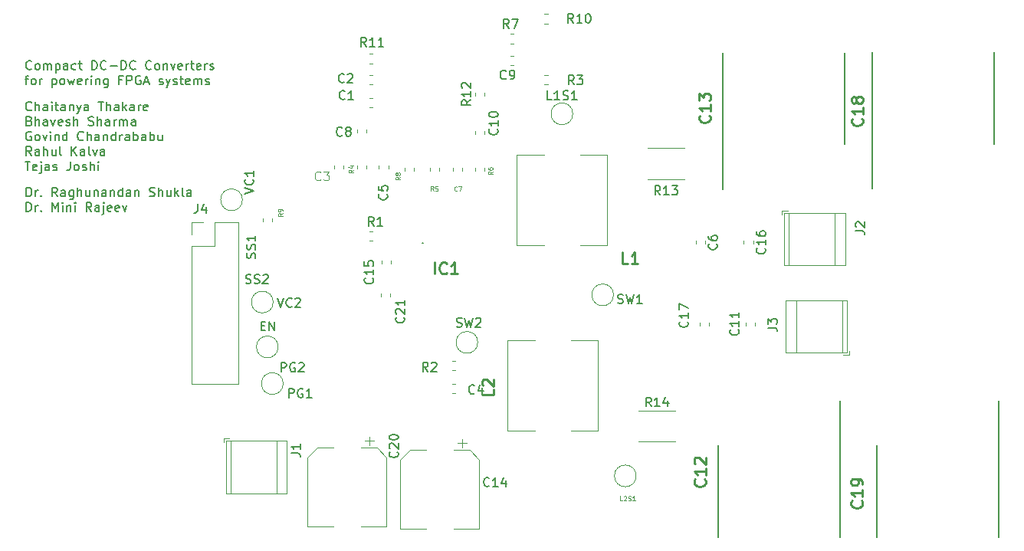
<source format=gto>
%TF.GenerationSoftware,KiCad,Pcbnew,(5.1.6)-1*%
%TF.CreationDate,2020-11-07T14:41:46+05:30*%
%TF.ProjectId,LT8652,4c543836-3532-42e6-9b69-6361645f7063,rev?*%
%TF.SameCoordinates,Original*%
%TF.FileFunction,Legend,Top*%
%TF.FilePolarity,Positive*%
%FSLAX46Y46*%
G04 Gerber Fmt 4.6, Leading zero omitted, Abs format (unit mm)*
G04 Created by KiCad (PCBNEW (5.1.6)-1) date 2020-11-07 14:41:46*
%MOMM*%
%LPD*%
G01*
G04 APERTURE LIST*
%ADD10C,0.150000*%
%ADD11C,0.120000*%
%ADD12C,0.200000*%
%ADD13C,0.100000*%
%ADD14C,0.125000*%
%ADD15C,0.254000*%
G04 APERTURE END LIST*
D10*
X103335595Y-101627380D02*
X103335595Y-100627380D01*
X103573690Y-100627380D01*
X103716547Y-100675000D01*
X103811785Y-100770238D01*
X103859404Y-100865476D01*
X103907023Y-101055952D01*
X103907023Y-101198809D01*
X103859404Y-101389285D01*
X103811785Y-101484523D01*
X103716547Y-101579761D01*
X103573690Y-101627380D01*
X103335595Y-101627380D01*
X104335595Y-101627380D02*
X104335595Y-100960714D01*
X104335595Y-101151190D02*
X104383214Y-101055952D01*
X104430833Y-101008333D01*
X104526071Y-100960714D01*
X104621309Y-100960714D01*
X104954642Y-101532142D02*
X105002261Y-101579761D01*
X104954642Y-101627380D01*
X104907023Y-101579761D01*
X104954642Y-101532142D01*
X104954642Y-101627380D01*
X106764166Y-101627380D02*
X106430833Y-101151190D01*
X106192738Y-101627380D02*
X106192738Y-100627380D01*
X106573690Y-100627380D01*
X106668928Y-100675000D01*
X106716547Y-100722619D01*
X106764166Y-100817857D01*
X106764166Y-100960714D01*
X106716547Y-101055952D01*
X106668928Y-101103571D01*
X106573690Y-101151190D01*
X106192738Y-101151190D01*
X107621309Y-101627380D02*
X107621309Y-101103571D01*
X107573690Y-101008333D01*
X107478452Y-100960714D01*
X107287976Y-100960714D01*
X107192738Y-101008333D01*
X107621309Y-101579761D02*
X107526071Y-101627380D01*
X107287976Y-101627380D01*
X107192738Y-101579761D01*
X107145119Y-101484523D01*
X107145119Y-101389285D01*
X107192738Y-101294047D01*
X107287976Y-101246428D01*
X107526071Y-101246428D01*
X107621309Y-101198809D01*
X108526071Y-100960714D02*
X108526071Y-101770238D01*
X108478452Y-101865476D01*
X108430833Y-101913095D01*
X108335595Y-101960714D01*
X108192738Y-101960714D01*
X108097500Y-101913095D01*
X108526071Y-101579761D02*
X108430833Y-101627380D01*
X108240357Y-101627380D01*
X108145119Y-101579761D01*
X108097500Y-101532142D01*
X108049880Y-101436904D01*
X108049880Y-101151190D01*
X108097500Y-101055952D01*
X108145119Y-101008333D01*
X108240357Y-100960714D01*
X108430833Y-100960714D01*
X108526071Y-101008333D01*
X109002261Y-101627380D02*
X109002261Y-100627380D01*
X109430833Y-101627380D02*
X109430833Y-101103571D01*
X109383214Y-101008333D01*
X109287976Y-100960714D01*
X109145119Y-100960714D01*
X109049880Y-101008333D01*
X109002261Y-101055952D01*
X110335595Y-100960714D02*
X110335595Y-101627380D01*
X109907023Y-100960714D02*
X109907023Y-101484523D01*
X109954642Y-101579761D01*
X110049880Y-101627380D01*
X110192738Y-101627380D01*
X110287976Y-101579761D01*
X110335595Y-101532142D01*
X110811785Y-100960714D02*
X110811785Y-101627380D01*
X110811785Y-101055952D02*
X110859404Y-101008333D01*
X110954642Y-100960714D01*
X111097500Y-100960714D01*
X111192738Y-101008333D01*
X111240357Y-101103571D01*
X111240357Y-101627380D01*
X112145119Y-101627380D02*
X112145119Y-101103571D01*
X112097500Y-101008333D01*
X112002261Y-100960714D01*
X111811785Y-100960714D01*
X111716547Y-101008333D01*
X112145119Y-101579761D02*
X112049880Y-101627380D01*
X111811785Y-101627380D01*
X111716547Y-101579761D01*
X111668928Y-101484523D01*
X111668928Y-101389285D01*
X111716547Y-101294047D01*
X111811785Y-101246428D01*
X112049880Y-101246428D01*
X112145119Y-101198809D01*
X112621309Y-100960714D02*
X112621309Y-101627380D01*
X112621309Y-101055952D02*
X112668928Y-101008333D01*
X112764166Y-100960714D01*
X112907023Y-100960714D01*
X113002261Y-101008333D01*
X113049880Y-101103571D01*
X113049880Y-101627380D01*
X113954642Y-101627380D02*
X113954642Y-100627380D01*
X113954642Y-101579761D02*
X113859404Y-101627380D01*
X113668928Y-101627380D01*
X113573690Y-101579761D01*
X113526071Y-101532142D01*
X113478452Y-101436904D01*
X113478452Y-101151190D01*
X113526071Y-101055952D01*
X113573690Y-101008333D01*
X113668928Y-100960714D01*
X113859404Y-100960714D01*
X113954642Y-101008333D01*
X114859404Y-101627380D02*
X114859404Y-101103571D01*
X114811785Y-101008333D01*
X114716547Y-100960714D01*
X114526071Y-100960714D01*
X114430833Y-101008333D01*
X114859404Y-101579761D02*
X114764166Y-101627380D01*
X114526071Y-101627380D01*
X114430833Y-101579761D01*
X114383214Y-101484523D01*
X114383214Y-101389285D01*
X114430833Y-101294047D01*
X114526071Y-101246428D01*
X114764166Y-101246428D01*
X114859404Y-101198809D01*
X115335595Y-100960714D02*
X115335595Y-101627380D01*
X115335595Y-101055952D02*
X115383214Y-101008333D01*
X115478452Y-100960714D01*
X115621309Y-100960714D01*
X115716547Y-101008333D01*
X115764166Y-101103571D01*
X115764166Y-101627380D01*
X116954642Y-101579761D02*
X117097500Y-101627380D01*
X117335595Y-101627380D01*
X117430833Y-101579761D01*
X117478452Y-101532142D01*
X117526071Y-101436904D01*
X117526071Y-101341666D01*
X117478452Y-101246428D01*
X117430833Y-101198809D01*
X117335595Y-101151190D01*
X117145119Y-101103571D01*
X117049880Y-101055952D01*
X117002261Y-101008333D01*
X116954642Y-100913095D01*
X116954642Y-100817857D01*
X117002261Y-100722619D01*
X117049880Y-100675000D01*
X117145119Y-100627380D01*
X117383214Y-100627380D01*
X117526071Y-100675000D01*
X117954642Y-101627380D02*
X117954642Y-100627380D01*
X118383214Y-101627380D02*
X118383214Y-101103571D01*
X118335595Y-101008333D01*
X118240357Y-100960714D01*
X118097500Y-100960714D01*
X118002261Y-101008333D01*
X117954642Y-101055952D01*
X119287976Y-100960714D02*
X119287976Y-101627380D01*
X118859404Y-100960714D02*
X118859404Y-101484523D01*
X118907023Y-101579761D01*
X119002261Y-101627380D01*
X119145119Y-101627380D01*
X119240357Y-101579761D01*
X119287976Y-101532142D01*
X119764166Y-101627380D02*
X119764166Y-100627380D01*
X119859404Y-101246428D02*
X120145119Y-101627380D01*
X120145119Y-100960714D02*
X119764166Y-101341666D01*
X120716547Y-101627380D02*
X120621309Y-101579761D01*
X120573690Y-101484523D01*
X120573690Y-100627380D01*
X121526071Y-101627380D02*
X121526071Y-101103571D01*
X121478452Y-101008333D01*
X121383214Y-100960714D01*
X121192738Y-100960714D01*
X121097500Y-101008333D01*
X121526071Y-101579761D02*
X121430833Y-101627380D01*
X121192738Y-101627380D01*
X121097500Y-101579761D01*
X121049880Y-101484523D01*
X121049880Y-101389285D01*
X121097500Y-101294047D01*
X121192738Y-101246428D01*
X121430833Y-101246428D01*
X121526071Y-101198809D01*
X103335595Y-103277380D02*
X103335595Y-102277380D01*
X103573690Y-102277380D01*
X103716547Y-102325000D01*
X103811785Y-102420238D01*
X103859404Y-102515476D01*
X103907023Y-102705952D01*
X103907023Y-102848809D01*
X103859404Y-103039285D01*
X103811785Y-103134523D01*
X103716547Y-103229761D01*
X103573690Y-103277380D01*
X103335595Y-103277380D01*
X104335595Y-103277380D02*
X104335595Y-102610714D01*
X104335595Y-102801190D02*
X104383214Y-102705952D01*
X104430833Y-102658333D01*
X104526071Y-102610714D01*
X104621309Y-102610714D01*
X104954642Y-103182142D02*
X105002261Y-103229761D01*
X104954642Y-103277380D01*
X104907023Y-103229761D01*
X104954642Y-103182142D01*
X104954642Y-103277380D01*
X106192738Y-103277380D02*
X106192738Y-102277380D01*
X106526071Y-102991666D01*
X106859404Y-102277380D01*
X106859404Y-103277380D01*
X107335595Y-103277380D02*
X107335595Y-102610714D01*
X107335595Y-102277380D02*
X107287976Y-102325000D01*
X107335595Y-102372619D01*
X107383214Y-102325000D01*
X107335595Y-102277380D01*
X107335595Y-102372619D01*
X107811785Y-102610714D02*
X107811785Y-103277380D01*
X107811785Y-102705952D02*
X107859404Y-102658333D01*
X107954642Y-102610714D01*
X108097500Y-102610714D01*
X108192738Y-102658333D01*
X108240357Y-102753571D01*
X108240357Y-103277380D01*
X108716547Y-103277380D02*
X108716547Y-102610714D01*
X108716547Y-102277380D02*
X108668928Y-102325000D01*
X108716547Y-102372619D01*
X108764166Y-102325000D01*
X108716547Y-102277380D01*
X108716547Y-102372619D01*
X110526071Y-103277380D02*
X110192738Y-102801190D01*
X109954642Y-103277380D02*
X109954642Y-102277380D01*
X110335595Y-102277380D01*
X110430833Y-102325000D01*
X110478452Y-102372619D01*
X110526071Y-102467857D01*
X110526071Y-102610714D01*
X110478452Y-102705952D01*
X110430833Y-102753571D01*
X110335595Y-102801190D01*
X109954642Y-102801190D01*
X111383214Y-103277380D02*
X111383214Y-102753571D01*
X111335595Y-102658333D01*
X111240357Y-102610714D01*
X111049880Y-102610714D01*
X110954642Y-102658333D01*
X111383214Y-103229761D02*
X111287976Y-103277380D01*
X111049880Y-103277380D01*
X110954642Y-103229761D01*
X110907023Y-103134523D01*
X110907023Y-103039285D01*
X110954642Y-102944047D01*
X111049880Y-102896428D01*
X111287976Y-102896428D01*
X111383214Y-102848809D01*
X111859404Y-102610714D02*
X111859404Y-103467857D01*
X111811785Y-103563095D01*
X111716547Y-103610714D01*
X111668928Y-103610714D01*
X111859404Y-102277380D02*
X111811785Y-102325000D01*
X111859404Y-102372619D01*
X111907023Y-102325000D01*
X111859404Y-102277380D01*
X111859404Y-102372619D01*
X112716547Y-103229761D02*
X112621309Y-103277380D01*
X112430833Y-103277380D01*
X112335595Y-103229761D01*
X112287976Y-103134523D01*
X112287976Y-102753571D01*
X112335595Y-102658333D01*
X112430833Y-102610714D01*
X112621309Y-102610714D01*
X112716547Y-102658333D01*
X112764166Y-102753571D01*
X112764166Y-102848809D01*
X112287976Y-102944047D01*
X113573690Y-103229761D02*
X113478452Y-103277380D01*
X113287976Y-103277380D01*
X113192738Y-103229761D01*
X113145119Y-103134523D01*
X113145119Y-102753571D01*
X113192738Y-102658333D01*
X113287976Y-102610714D01*
X113478452Y-102610714D01*
X113573690Y-102658333D01*
X113621309Y-102753571D01*
X113621309Y-102848809D01*
X113145119Y-102944047D01*
X113954642Y-102610714D02*
X114192738Y-103277380D01*
X114430833Y-102610714D01*
X128604761Y-108438095D02*
X128652380Y-108295238D01*
X128652380Y-108057142D01*
X128604761Y-107961904D01*
X128557142Y-107914285D01*
X128461904Y-107866666D01*
X128366666Y-107866666D01*
X128271428Y-107914285D01*
X128223809Y-107961904D01*
X128176190Y-108057142D01*
X128128571Y-108247619D01*
X128080952Y-108342857D01*
X128033333Y-108390476D01*
X127938095Y-108438095D01*
X127842857Y-108438095D01*
X127747619Y-108390476D01*
X127700000Y-108342857D01*
X127652380Y-108247619D01*
X127652380Y-108009523D01*
X127700000Y-107866666D01*
X128604761Y-107485714D02*
X128652380Y-107342857D01*
X128652380Y-107104761D01*
X128604761Y-107009523D01*
X128557142Y-106961904D01*
X128461904Y-106914285D01*
X128366666Y-106914285D01*
X128271428Y-106961904D01*
X128223809Y-107009523D01*
X128176190Y-107104761D01*
X128128571Y-107295238D01*
X128080952Y-107390476D01*
X128033333Y-107438095D01*
X127938095Y-107485714D01*
X127842857Y-107485714D01*
X127747619Y-107438095D01*
X127700000Y-107390476D01*
X127652380Y-107295238D01*
X127652380Y-107057142D01*
X127700000Y-106914285D01*
X128652380Y-105961904D02*
X128652380Y-106533333D01*
X128652380Y-106247619D02*
X127652380Y-106247619D01*
X127795238Y-106342857D01*
X127890476Y-106438095D01*
X127938095Y-106533333D01*
X127561904Y-111204761D02*
X127704761Y-111252380D01*
X127942857Y-111252380D01*
X128038095Y-111204761D01*
X128085714Y-111157142D01*
X128133333Y-111061904D01*
X128133333Y-110966666D01*
X128085714Y-110871428D01*
X128038095Y-110823809D01*
X127942857Y-110776190D01*
X127752380Y-110728571D01*
X127657142Y-110680952D01*
X127609523Y-110633333D01*
X127561904Y-110538095D01*
X127561904Y-110442857D01*
X127609523Y-110347619D01*
X127657142Y-110300000D01*
X127752380Y-110252380D01*
X127990476Y-110252380D01*
X128133333Y-110300000D01*
X128514285Y-111204761D02*
X128657142Y-111252380D01*
X128895238Y-111252380D01*
X128990476Y-111204761D01*
X129038095Y-111157142D01*
X129085714Y-111061904D01*
X129085714Y-110966666D01*
X129038095Y-110871428D01*
X128990476Y-110823809D01*
X128895238Y-110776190D01*
X128704761Y-110728571D01*
X128609523Y-110680952D01*
X128561904Y-110633333D01*
X128514285Y-110538095D01*
X128514285Y-110442857D01*
X128561904Y-110347619D01*
X128609523Y-110300000D01*
X128704761Y-110252380D01*
X128942857Y-110252380D01*
X129085714Y-110300000D01*
X129466666Y-110347619D02*
X129514285Y-110300000D01*
X129609523Y-110252380D01*
X129847619Y-110252380D01*
X129942857Y-110300000D01*
X129990476Y-110347619D01*
X130038095Y-110442857D01*
X130038095Y-110538095D01*
X129990476Y-110680952D01*
X129419047Y-111252380D01*
X130038095Y-111252380D01*
X129261904Y-115928571D02*
X129595238Y-115928571D01*
X129738095Y-116452380D02*
X129261904Y-116452380D01*
X129261904Y-115452380D01*
X129738095Y-115452380D01*
X130166666Y-116452380D02*
X130166666Y-115452380D01*
X130738095Y-116452380D01*
X130738095Y-115452380D01*
X103907023Y-87532142D02*
X103859404Y-87579761D01*
X103716547Y-87627380D01*
X103621309Y-87627380D01*
X103478452Y-87579761D01*
X103383214Y-87484523D01*
X103335595Y-87389285D01*
X103287976Y-87198809D01*
X103287976Y-87055952D01*
X103335595Y-86865476D01*
X103383214Y-86770238D01*
X103478452Y-86675000D01*
X103621309Y-86627380D01*
X103716547Y-86627380D01*
X103859404Y-86675000D01*
X103907023Y-86722619D01*
X104478452Y-87627380D02*
X104383214Y-87579761D01*
X104335595Y-87532142D01*
X104287976Y-87436904D01*
X104287976Y-87151190D01*
X104335595Y-87055952D01*
X104383214Y-87008333D01*
X104478452Y-86960714D01*
X104621309Y-86960714D01*
X104716547Y-87008333D01*
X104764166Y-87055952D01*
X104811785Y-87151190D01*
X104811785Y-87436904D01*
X104764166Y-87532142D01*
X104716547Y-87579761D01*
X104621309Y-87627380D01*
X104478452Y-87627380D01*
X105240357Y-87627380D02*
X105240357Y-86960714D01*
X105240357Y-87055952D02*
X105287976Y-87008333D01*
X105383214Y-86960714D01*
X105526071Y-86960714D01*
X105621309Y-87008333D01*
X105668928Y-87103571D01*
X105668928Y-87627380D01*
X105668928Y-87103571D02*
X105716547Y-87008333D01*
X105811785Y-86960714D01*
X105954642Y-86960714D01*
X106049880Y-87008333D01*
X106097500Y-87103571D01*
X106097500Y-87627380D01*
X106573690Y-86960714D02*
X106573690Y-87960714D01*
X106573690Y-87008333D02*
X106668928Y-86960714D01*
X106859404Y-86960714D01*
X106954642Y-87008333D01*
X107002261Y-87055952D01*
X107049880Y-87151190D01*
X107049880Y-87436904D01*
X107002261Y-87532142D01*
X106954642Y-87579761D01*
X106859404Y-87627380D01*
X106668928Y-87627380D01*
X106573690Y-87579761D01*
X107907023Y-87627380D02*
X107907023Y-87103571D01*
X107859404Y-87008333D01*
X107764166Y-86960714D01*
X107573690Y-86960714D01*
X107478452Y-87008333D01*
X107907023Y-87579761D02*
X107811785Y-87627380D01*
X107573690Y-87627380D01*
X107478452Y-87579761D01*
X107430833Y-87484523D01*
X107430833Y-87389285D01*
X107478452Y-87294047D01*
X107573690Y-87246428D01*
X107811785Y-87246428D01*
X107907023Y-87198809D01*
X108811785Y-87579761D02*
X108716547Y-87627380D01*
X108526071Y-87627380D01*
X108430833Y-87579761D01*
X108383214Y-87532142D01*
X108335595Y-87436904D01*
X108335595Y-87151190D01*
X108383214Y-87055952D01*
X108430833Y-87008333D01*
X108526071Y-86960714D01*
X108716547Y-86960714D01*
X108811785Y-87008333D01*
X109097500Y-86960714D02*
X109478452Y-86960714D01*
X109240357Y-86627380D02*
X109240357Y-87484523D01*
X109287976Y-87579761D01*
X109383214Y-87627380D01*
X109478452Y-87627380D01*
X110573690Y-87627380D02*
X110573690Y-86627380D01*
X110811785Y-86627380D01*
X110954642Y-86675000D01*
X111049880Y-86770238D01*
X111097500Y-86865476D01*
X111145119Y-87055952D01*
X111145119Y-87198809D01*
X111097500Y-87389285D01*
X111049880Y-87484523D01*
X110954642Y-87579761D01*
X110811785Y-87627380D01*
X110573690Y-87627380D01*
X112145119Y-87532142D02*
X112097500Y-87579761D01*
X111954642Y-87627380D01*
X111859404Y-87627380D01*
X111716547Y-87579761D01*
X111621309Y-87484523D01*
X111573690Y-87389285D01*
X111526071Y-87198809D01*
X111526071Y-87055952D01*
X111573690Y-86865476D01*
X111621309Y-86770238D01*
X111716547Y-86675000D01*
X111859404Y-86627380D01*
X111954642Y-86627380D01*
X112097500Y-86675000D01*
X112145119Y-86722619D01*
X112573690Y-87246428D02*
X113335595Y-87246428D01*
X113811785Y-87627380D02*
X113811785Y-86627380D01*
X114049880Y-86627380D01*
X114192738Y-86675000D01*
X114287976Y-86770238D01*
X114335595Y-86865476D01*
X114383214Y-87055952D01*
X114383214Y-87198809D01*
X114335595Y-87389285D01*
X114287976Y-87484523D01*
X114192738Y-87579761D01*
X114049880Y-87627380D01*
X113811785Y-87627380D01*
X115383214Y-87532142D02*
X115335595Y-87579761D01*
X115192738Y-87627380D01*
X115097500Y-87627380D01*
X114954642Y-87579761D01*
X114859404Y-87484523D01*
X114811785Y-87389285D01*
X114764166Y-87198809D01*
X114764166Y-87055952D01*
X114811785Y-86865476D01*
X114859404Y-86770238D01*
X114954642Y-86675000D01*
X115097500Y-86627380D01*
X115192738Y-86627380D01*
X115335595Y-86675000D01*
X115383214Y-86722619D01*
X117145119Y-87532142D02*
X117097500Y-87579761D01*
X116954642Y-87627380D01*
X116859404Y-87627380D01*
X116716547Y-87579761D01*
X116621309Y-87484523D01*
X116573690Y-87389285D01*
X116526071Y-87198809D01*
X116526071Y-87055952D01*
X116573690Y-86865476D01*
X116621309Y-86770238D01*
X116716547Y-86675000D01*
X116859404Y-86627380D01*
X116954642Y-86627380D01*
X117097500Y-86675000D01*
X117145119Y-86722619D01*
X117716547Y-87627380D02*
X117621309Y-87579761D01*
X117573690Y-87532142D01*
X117526071Y-87436904D01*
X117526071Y-87151190D01*
X117573690Y-87055952D01*
X117621309Y-87008333D01*
X117716547Y-86960714D01*
X117859404Y-86960714D01*
X117954642Y-87008333D01*
X118002261Y-87055952D01*
X118049880Y-87151190D01*
X118049880Y-87436904D01*
X118002261Y-87532142D01*
X117954642Y-87579761D01*
X117859404Y-87627380D01*
X117716547Y-87627380D01*
X118478452Y-86960714D02*
X118478452Y-87627380D01*
X118478452Y-87055952D02*
X118526071Y-87008333D01*
X118621309Y-86960714D01*
X118764166Y-86960714D01*
X118859404Y-87008333D01*
X118907023Y-87103571D01*
X118907023Y-87627380D01*
X119287976Y-86960714D02*
X119526071Y-87627380D01*
X119764166Y-86960714D01*
X120526071Y-87579761D02*
X120430833Y-87627380D01*
X120240357Y-87627380D01*
X120145119Y-87579761D01*
X120097500Y-87484523D01*
X120097500Y-87103571D01*
X120145119Y-87008333D01*
X120240357Y-86960714D01*
X120430833Y-86960714D01*
X120526071Y-87008333D01*
X120573690Y-87103571D01*
X120573690Y-87198809D01*
X120097500Y-87294047D01*
X121002261Y-87627380D02*
X121002261Y-86960714D01*
X121002261Y-87151190D02*
X121049880Y-87055952D01*
X121097500Y-87008333D01*
X121192738Y-86960714D01*
X121287976Y-86960714D01*
X121478452Y-86960714D02*
X121859404Y-86960714D01*
X121621309Y-86627380D02*
X121621309Y-87484523D01*
X121668928Y-87579761D01*
X121764166Y-87627380D01*
X121859404Y-87627380D01*
X122573690Y-87579761D02*
X122478452Y-87627380D01*
X122287976Y-87627380D01*
X122192738Y-87579761D01*
X122145119Y-87484523D01*
X122145119Y-87103571D01*
X122192738Y-87008333D01*
X122287976Y-86960714D01*
X122478452Y-86960714D01*
X122573690Y-87008333D01*
X122621309Y-87103571D01*
X122621309Y-87198809D01*
X122145119Y-87294047D01*
X123049880Y-87627380D02*
X123049880Y-86960714D01*
X123049880Y-87151190D02*
X123097500Y-87055952D01*
X123145119Y-87008333D01*
X123240357Y-86960714D01*
X123335595Y-86960714D01*
X123621309Y-87579761D02*
X123716547Y-87627380D01*
X123907023Y-87627380D01*
X124002261Y-87579761D01*
X124049880Y-87484523D01*
X124049880Y-87436904D01*
X124002261Y-87341666D01*
X123907023Y-87294047D01*
X123764166Y-87294047D01*
X123668928Y-87246428D01*
X123621309Y-87151190D01*
X123621309Y-87103571D01*
X123668928Y-87008333D01*
X123764166Y-86960714D01*
X123907023Y-86960714D01*
X124002261Y-87008333D01*
X103192738Y-88610714D02*
X103573690Y-88610714D01*
X103335595Y-89277380D02*
X103335595Y-88420238D01*
X103383214Y-88325000D01*
X103478452Y-88277380D01*
X103573690Y-88277380D01*
X104049880Y-89277380D02*
X103954642Y-89229761D01*
X103907023Y-89182142D01*
X103859404Y-89086904D01*
X103859404Y-88801190D01*
X103907023Y-88705952D01*
X103954642Y-88658333D01*
X104049880Y-88610714D01*
X104192738Y-88610714D01*
X104287976Y-88658333D01*
X104335595Y-88705952D01*
X104383214Y-88801190D01*
X104383214Y-89086904D01*
X104335595Y-89182142D01*
X104287976Y-89229761D01*
X104192738Y-89277380D01*
X104049880Y-89277380D01*
X104811785Y-89277380D02*
X104811785Y-88610714D01*
X104811785Y-88801190D02*
X104859404Y-88705952D01*
X104907023Y-88658333D01*
X105002261Y-88610714D01*
X105097500Y-88610714D01*
X106192738Y-88610714D02*
X106192738Y-89610714D01*
X106192738Y-88658333D02*
X106287976Y-88610714D01*
X106478452Y-88610714D01*
X106573690Y-88658333D01*
X106621309Y-88705952D01*
X106668928Y-88801190D01*
X106668928Y-89086904D01*
X106621309Y-89182142D01*
X106573690Y-89229761D01*
X106478452Y-89277380D01*
X106287976Y-89277380D01*
X106192738Y-89229761D01*
X107240357Y-89277380D02*
X107145119Y-89229761D01*
X107097500Y-89182142D01*
X107049880Y-89086904D01*
X107049880Y-88801190D01*
X107097500Y-88705952D01*
X107145119Y-88658333D01*
X107240357Y-88610714D01*
X107383214Y-88610714D01*
X107478452Y-88658333D01*
X107526071Y-88705952D01*
X107573690Y-88801190D01*
X107573690Y-89086904D01*
X107526071Y-89182142D01*
X107478452Y-89229761D01*
X107383214Y-89277380D01*
X107240357Y-89277380D01*
X107907023Y-88610714D02*
X108097500Y-89277380D01*
X108287976Y-88801190D01*
X108478452Y-89277380D01*
X108668928Y-88610714D01*
X109430833Y-89229761D02*
X109335595Y-89277380D01*
X109145119Y-89277380D01*
X109049880Y-89229761D01*
X109002261Y-89134523D01*
X109002261Y-88753571D01*
X109049880Y-88658333D01*
X109145119Y-88610714D01*
X109335595Y-88610714D01*
X109430833Y-88658333D01*
X109478452Y-88753571D01*
X109478452Y-88848809D01*
X109002261Y-88944047D01*
X109907023Y-89277380D02*
X109907023Y-88610714D01*
X109907023Y-88801190D02*
X109954642Y-88705952D01*
X110002261Y-88658333D01*
X110097500Y-88610714D01*
X110192738Y-88610714D01*
X110526071Y-89277380D02*
X110526071Y-88610714D01*
X110526071Y-88277380D02*
X110478452Y-88325000D01*
X110526071Y-88372619D01*
X110573690Y-88325000D01*
X110526071Y-88277380D01*
X110526071Y-88372619D01*
X111002261Y-88610714D02*
X111002261Y-89277380D01*
X111002261Y-88705952D02*
X111049880Y-88658333D01*
X111145119Y-88610714D01*
X111287976Y-88610714D01*
X111383214Y-88658333D01*
X111430833Y-88753571D01*
X111430833Y-89277380D01*
X112335595Y-88610714D02*
X112335595Y-89420238D01*
X112287976Y-89515476D01*
X112240357Y-89563095D01*
X112145119Y-89610714D01*
X112002261Y-89610714D01*
X111907023Y-89563095D01*
X112335595Y-89229761D02*
X112240357Y-89277380D01*
X112049880Y-89277380D01*
X111954642Y-89229761D01*
X111907023Y-89182142D01*
X111859404Y-89086904D01*
X111859404Y-88801190D01*
X111907023Y-88705952D01*
X111954642Y-88658333D01*
X112049880Y-88610714D01*
X112240357Y-88610714D01*
X112335595Y-88658333D01*
X113907023Y-88753571D02*
X113573690Y-88753571D01*
X113573690Y-89277380D02*
X113573690Y-88277380D01*
X114049880Y-88277380D01*
X114430833Y-89277380D02*
X114430833Y-88277380D01*
X114811785Y-88277380D01*
X114907023Y-88325000D01*
X114954642Y-88372619D01*
X115002261Y-88467857D01*
X115002261Y-88610714D01*
X114954642Y-88705952D01*
X114907023Y-88753571D01*
X114811785Y-88801190D01*
X114430833Y-88801190D01*
X115954642Y-88325000D02*
X115859404Y-88277380D01*
X115716547Y-88277380D01*
X115573690Y-88325000D01*
X115478452Y-88420238D01*
X115430833Y-88515476D01*
X115383214Y-88705952D01*
X115383214Y-88848809D01*
X115430833Y-89039285D01*
X115478452Y-89134523D01*
X115573690Y-89229761D01*
X115716547Y-89277380D01*
X115811785Y-89277380D01*
X115954642Y-89229761D01*
X116002261Y-89182142D01*
X116002261Y-88848809D01*
X115811785Y-88848809D01*
X116383214Y-88991666D02*
X116859404Y-88991666D01*
X116287976Y-89277380D02*
X116621309Y-88277380D01*
X116954642Y-89277380D01*
X118002261Y-89229761D02*
X118097500Y-89277380D01*
X118287976Y-89277380D01*
X118383214Y-89229761D01*
X118430833Y-89134523D01*
X118430833Y-89086904D01*
X118383214Y-88991666D01*
X118287976Y-88944047D01*
X118145119Y-88944047D01*
X118049880Y-88896428D01*
X118002261Y-88801190D01*
X118002261Y-88753571D01*
X118049880Y-88658333D01*
X118145119Y-88610714D01*
X118287976Y-88610714D01*
X118383214Y-88658333D01*
X118764166Y-88610714D02*
X119002261Y-89277380D01*
X119240357Y-88610714D02*
X119002261Y-89277380D01*
X118907023Y-89515476D01*
X118859404Y-89563095D01*
X118764166Y-89610714D01*
X119573690Y-89229761D02*
X119668928Y-89277380D01*
X119859404Y-89277380D01*
X119954642Y-89229761D01*
X120002261Y-89134523D01*
X120002261Y-89086904D01*
X119954642Y-88991666D01*
X119859404Y-88944047D01*
X119716547Y-88944047D01*
X119621309Y-88896428D01*
X119573690Y-88801190D01*
X119573690Y-88753571D01*
X119621309Y-88658333D01*
X119716547Y-88610714D01*
X119859404Y-88610714D01*
X119954642Y-88658333D01*
X120287976Y-88610714D02*
X120668928Y-88610714D01*
X120430833Y-88277380D02*
X120430833Y-89134523D01*
X120478452Y-89229761D01*
X120573690Y-89277380D01*
X120668928Y-89277380D01*
X121383214Y-89229761D02*
X121287976Y-89277380D01*
X121097500Y-89277380D01*
X121002261Y-89229761D01*
X120954642Y-89134523D01*
X120954642Y-88753571D01*
X121002261Y-88658333D01*
X121097500Y-88610714D01*
X121287976Y-88610714D01*
X121383214Y-88658333D01*
X121430833Y-88753571D01*
X121430833Y-88848809D01*
X120954642Y-88944047D01*
X121859404Y-89277380D02*
X121859404Y-88610714D01*
X121859404Y-88705952D02*
X121907023Y-88658333D01*
X122002261Y-88610714D01*
X122145119Y-88610714D01*
X122240357Y-88658333D01*
X122287976Y-88753571D01*
X122287976Y-89277380D01*
X122287976Y-88753571D02*
X122335595Y-88658333D01*
X122430833Y-88610714D01*
X122573690Y-88610714D01*
X122668928Y-88658333D01*
X122716547Y-88753571D01*
X122716547Y-89277380D01*
X123145119Y-89229761D02*
X123240357Y-89277380D01*
X123430833Y-89277380D01*
X123526071Y-89229761D01*
X123573690Y-89134523D01*
X123573690Y-89086904D01*
X123526071Y-88991666D01*
X123430833Y-88944047D01*
X123287976Y-88944047D01*
X123192738Y-88896428D01*
X123145119Y-88801190D01*
X123145119Y-88753571D01*
X123192738Y-88658333D01*
X123287976Y-88610714D01*
X123430833Y-88610714D01*
X123526071Y-88658333D01*
X103907023Y-92057142D02*
X103859404Y-92104761D01*
X103716547Y-92152380D01*
X103621309Y-92152380D01*
X103478452Y-92104761D01*
X103383214Y-92009523D01*
X103335595Y-91914285D01*
X103287976Y-91723809D01*
X103287976Y-91580952D01*
X103335595Y-91390476D01*
X103383214Y-91295238D01*
X103478452Y-91200000D01*
X103621309Y-91152380D01*
X103716547Y-91152380D01*
X103859404Y-91200000D01*
X103907023Y-91247619D01*
X104335595Y-92152380D02*
X104335595Y-91152380D01*
X104764166Y-92152380D02*
X104764166Y-91628571D01*
X104716547Y-91533333D01*
X104621309Y-91485714D01*
X104478452Y-91485714D01*
X104383214Y-91533333D01*
X104335595Y-91580952D01*
X105668928Y-92152380D02*
X105668928Y-91628571D01*
X105621309Y-91533333D01*
X105526071Y-91485714D01*
X105335595Y-91485714D01*
X105240357Y-91533333D01*
X105668928Y-92104761D02*
X105573690Y-92152380D01*
X105335595Y-92152380D01*
X105240357Y-92104761D01*
X105192738Y-92009523D01*
X105192738Y-91914285D01*
X105240357Y-91819047D01*
X105335595Y-91771428D01*
X105573690Y-91771428D01*
X105668928Y-91723809D01*
X106145119Y-92152380D02*
X106145119Y-91485714D01*
X106145119Y-91152380D02*
X106097500Y-91200000D01*
X106145119Y-91247619D01*
X106192738Y-91200000D01*
X106145119Y-91152380D01*
X106145119Y-91247619D01*
X106478452Y-91485714D02*
X106859404Y-91485714D01*
X106621309Y-91152380D02*
X106621309Y-92009523D01*
X106668928Y-92104761D01*
X106764166Y-92152380D01*
X106859404Y-92152380D01*
X107621309Y-92152380D02*
X107621309Y-91628571D01*
X107573690Y-91533333D01*
X107478452Y-91485714D01*
X107287976Y-91485714D01*
X107192738Y-91533333D01*
X107621309Y-92104761D02*
X107526071Y-92152380D01*
X107287976Y-92152380D01*
X107192738Y-92104761D01*
X107145119Y-92009523D01*
X107145119Y-91914285D01*
X107192738Y-91819047D01*
X107287976Y-91771428D01*
X107526071Y-91771428D01*
X107621309Y-91723809D01*
X108097500Y-91485714D02*
X108097500Y-92152380D01*
X108097500Y-91580952D02*
X108145119Y-91533333D01*
X108240357Y-91485714D01*
X108383214Y-91485714D01*
X108478452Y-91533333D01*
X108526071Y-91628571D01*
X108526071Y-92152380D01*
X108907023Y-91485714D02*
X109145119Y-92152380D01*
X109383214Y-91485714D02*
X109145119Y-92152380D01*
X109049880Y-92390476D01*
X109002261Y-92438095D01*
X108907023Y-92485714D01*
X110192738Y-92152380D02*
X110192738Y-91628571D01*
X110145119Y-91533333D01*
X110049880Y-91485714D01*
X109859404Y-91485714D01*
X109764166Y-91533333D01*
X110192738Y-92104761D02*
X110097500Y-92152380D01*
X109859404Y-92152380D01*
X109764166Y-92104761D01*
X109716547Y-92009523D01*
X109716547Y-91914285D01*
X109764166Y-91819047D01*
X109859404Y-91771428D01*
X110097500Y-91771428D01*
X110192738Y-91723809D01*
X111287976Y-91152380D02*
X111859404Y-91152380D01*
X111573690Y-92152380D02*
X111573690Y-91152380D01*
X112192738Y-92152380D02*
X112192738Y-91152380D01*
X112621309Y-92152380D02*
X112621309Y-91628571D01*
X112573690Y-91533333D01*
X112478452Y-91485714D01*
X112335595Y-91485714D01*
X112240357Y-91533333D01*
X112192738Y-91580952D01*
X113526071Y-92152380D02*
X113526071Y-91628571D01*
X113478452Y-91533333D01*
X113383214Y-91485714D01*
X113192738Y-91485714D01*
X113097500Y-91533333D01*
X113526071Y-92104761D02*
X113430833Y-92152380D01*
X113192738Y-92152380D01*
X113097500Y-92104761D01*
X113049880Y-92009523D01*
X113049880Y-91914285D01*
X113097500Y-91819047D01*
X113192738Y-91771428D01*
X113430833Y-91771428D01*
X113526071Y-91723809D01*
X114002261Y-92152380D02*
X114002261Y-91152380D01*
X114097500Y-91771428D02*
X114383214Y-92152380D01*
X114383214Y-91485714D02*
X114002261Y-91866666D01*
X115240357Y-92152380D02*
X115240357Y-91628571D01*
X115192738Y-91533333D01*
X115097500Y-91485714D01*
X114907023Y-91485714D01*
X114811785Y-91533333D01*
X115240357Y-92104761D02*
X115145119Y-92152380D01*
X114907023Y-92152380D01*
X114811785Y-92104761D01*
X114764166Y-92009523D01*
X114764166Y-91914285D01*
X114811785Y-91819047D01*
X114907023Y-91771428D01*
X115145119Y-91771428D01*
X115240357Y-91723809D01*
X115716547Y-92152380D02*
X115716547Y-91485714D01*
X115716547Y-91676190D02*
X115764166Y-91580952D01*
X115811785Y-91533333D01*
X115907023Y-91485714D01*
X116002261Y-91485714D01*
X116716547Y-92104761D02*
X116621309Y-92152380D01*
X116430833Y-92152380D01*
X116335595Y-92104761D01*
X116287976Y-92009523D01*
X116287976Y-91628571D01*
X116335595Y-91533333D01*
X116430833Y-91485714D01*
X116621309Y-91485714D01*
X116716547Y-91533333D01*
X116764166Y-91628571D01*
X116764166Y-91723809D01*
X116287976Y-91819047D01*
X103668928Y-93278571D02*
X103811785Y-93326190D01*
X103859404Y-93373809D01*
X103907023Y-93469047D01*
X103907023Y-93611904D01*
X103859404Y-93707142D01*
X103811785Y-93754761D01*
X103716547Y-93802380D01*
X103335595Y-93802380D01*
X103335595Y-92802380D01*
X103668928Y-92802380D01*
X103764166Y-92850000D01*
X103811785Y-92897619D01*
X103859404Y-92992857D01*
X103859404Y-93088095D01*
X103811785Y-93183333D01*
X103764166Y-93230952D01*
X103668928Y-93278571D01*
X103335595Y-93278571D01*
X104335595Y-93802380D02*
X104335595Y-92802380D01*
X104764166Y-93802380D02*
X104764166Y-93278571D01*
X104716547Y-93183333D01*
X104621309Y-93135714D01*
X104478452Y-93135714D01*
X104383214Y-93183333D01*
X104335595Y-93230952D01*
X105668928Y-93802380D02*
X105668928Y-93278571D01*
X105621309Y-93183333D01*
X105526071Y-93135714D01*
X105335595Y-93135714D01*
X105240357Y-93183333D01*
X105668928Y-93754761D02*
X105573690Y-93802380D01*
X105335595Y-93802380D01*
X105240357Y-93754761D01*
X105192738Y-93659523D01*
X105192738Y-93564285D01*
X105240357Y-93469047D01*
X105335595Y-93421428D01*
X105573690Y-93421428D01*
X105668928Y-93373809D01*
X106049880Y-93135714D02*
X106287976Y-93802380D01*
X106526071Y-93135714D01*
X107287976Y-93754761D02*
X107192738Y-93802380D01*
X107002261Y-93802380D01*
X106907023Y-93754761D01*
X106859404Y-93659523D01*
X106859404Y-93278571D01*
X106907023Y-93183333D01*
X107002261Y-93135714D01*
X107192738Y-93135714D01*
X107287976Y-93183333D01*
X107335595Y-93278571D01*
X107335595Y-93373809D01*
X106859404Y-93469047D01*
X107716547Y-93754761D02*
X107811785Y-93802380D01*
X108002261Y-93802380D01*
X108097500Y-93754761D01*
X108145119Y-93659523D01*
X108145119Y-93611904D01*
X108097500Y-93516666D01*
X108002261Y-93469047D01*
X107859404Y-93469047D01*
X107764166Y-93421428D01*
X107716547Y-93326190D01*
X107716547Y-93278571D01*
X107764166Y-93183333D01*
X107859404Y-93135714D01*
X108002261Y-93135714D01*
X108097500Y-93183333D01*
X108573690Y-93802380D02*
X108573690Y-92802380D01*
X109002261Y-93802380D02*
X109002261Y-93278571D01*
X108954642Y-93183333D01*
X108859404Y-93135714D01*
X108716547Y-93135714D01*
X108621309Y-93183333D01*
X108573690Y-93230952D01*
X110192738Y-93754761D02*
X110335595Y-93802380D01*
X110573690Y-93802380D01*
X110668928Y-93754761D01*
X110716547Y-93707142D01*
X110764166Y-93611904D01*
X110764166Y-93516666D01*
X110716547Y-93421428D01*
X110668928Y-93373809D01*
X110573690Y-93326190D01*
X110383214Y-93278571D01*
X110287976Y-93230952D01*
X110240357Y-93183333D01*
X110192738Y-93088095D01*
X110192738Y-92992857D01*
X110240357Y-92897619D01*
X110287976Y-92850000D01*
X110383214Y-92802380D01*
X110621309Y-92802380D01*
X110764166Y-92850000D01*
X111192738Y-93802380D02*
X111192738Y-92802380D01*
X111621309Y-93802380D02*
X111621309Y-93278571D01*
X111573690Y-93183333D01*
X111478452Y-93135714D01*
X111335595Y-93135714D01*
X111240357Y-93183333D01*
X111192738Y-93230952D01*
X112526071Y-93802380D02*
X112526071Y-93278571D01*
X112478452Y-93183333D01*
X112383214Y-93135714D01*
X112192738Y-93135714D01*
X112097500Y-93183333D01*
X112526071Y-93754761D02*
X112430833Y-93802380D01*
X112192738Y-93802380D01*
X112097500Y-93754761D01*
X112049880Y-93659523D01*
X112049880Y-93564285D01*
X112097500Y-93469047D01*
X112192738Y-93421428D01*
X112430833Y-93421428D01*
X112526071Y-93373809D01*
X113002261Y-93802380D02*
X113002261Y-93135714D01*
X113002261Y-93326190D02*
X113049880Y-93230952D01*
X113097500Y-93183333D01*
X113192738Y-93135714D01*
X113287976Y-93135714D01*
X113621309Y-93802380D02*
X113621309Y-93135714D01*
X113621309Y-93230952D02*
X113668928Y-93183333D01*
X113764166Y-93135714D01*
X113907023Y-93135714D01*
X114002261Y-93183333D01*
X114049880Y-93278571D01*
X114049880Y-93802380D01*
X114049880Y-93278571D02*
X114097500Y-93183333D01*
X114192738Y-93135714D01*
X114335595Y-93135714D01*
X114430833Y-93183333D01*
X114478452Y-93278571D01*
X114478452Y-93802380D01*
X115383214Y-93802380D02*
X115383214Y-93278571D01*
X115335595Y-93183333D01*
X115240357Y-93135714D01*
X115049880Y-93135714D01*
X114954642Y-93183333D01*
X115383214Y-93754761D02*
X115287976Y-93802380D01*
X115049880Y-93802380D01*
X114954642Y-93754761D01*
X114907023Y-93659523D01*
X114907023Y-93564285D01*
X114954642Y-93469047D01*
X115049880Y-93421428D01*
X115287976Y-93421428D01*
X115383214Y-93373809D01*
X103859404Y-94500000D02*
X103764166Y-94452380D01*
X103621309Y-94452380D01*
X103478452Y-94500000D01*
X103383214Y-94595238D01*
X103335595Y-94690476D01*
X103287976Y-94880952D01*
X103287976Y-95023809D01*
X103335595Y-95214285D01*
X103383214Y-95309523D01*
X103478452Y-95404761D01*
X103621309Y-95452380D01*
X103716547Y-95452380D01*
X103859404Y-95404761D01*
X103907023Y-95357142D01*
X103907023Y-95023809D01*
X103716547Y-95023809D01*
X104478452Y-95452380D02*
X104383214Y-95404761D01*
X104335595Y-95357142D01*
X104287976Y-95261904D01*
X104287976Y-94976190D01*
X104335595Y-94880952D01*
X104383214Y-94833333D01*
X104478452Y-94785714D01*
X104621309Y-94785714D01*
X104716547Y-94833333D01*
X104764166Y-94880952D01*
X104811785Y-94976190D01*
X104811785Y-95261904D01*
X104764166Y-95357142D01*
X104716547Y-95404761D01*
X104621309Y-95452380D01*
X104478452Y-95452380D01*
X105145119Y-94785714D02*
X105383214Y-95452380D01*
X105621309Y-94785714D01*
X106002261Y-95452380D02*
X106002261Y-94785714D01*
X106002261Y-94452380D02*
X105954642Y-94500000D01*
X106002261Y-94547619D01*
X106049880Y-94500000D01*
X106002261Y-94452380D01*
X106002261Y-94547619D01*
X106478452Y-94785714D02*
X106478452Y-95452380D01*
X106478452Y-94880952D02*
X106526071Y-94833333D01*
X106621309Y-94785714D01*
X106764166Y-94785714D01*
X106859404Y-94833333D01*
X106907023Y-94928571D01*
X106907023Y-95452380D01*
X107811785Y-95452380D02*
X107811785Y-94452380D01*
X107811785Y-95404761D02*
X107716547Y-95452380D01*
X107526071Y-95452380D01*
X107430833Y-95404761D01*
X107383214Y-95357142D01*
X107335595Y-95261904D01*
X107335595Y-94976190D01*
X107383214Y-94880952D01*
X107430833Y-94833333D01*
X107526071Y-94785714D01*
X107716547Y-94785714D01*
X107811785Y-94833333D01*
X109621309Y-95357142D02*
X109573690Y-95404761D01*
X109430833Y-95452380D01*
X109335595Y-95452380D01*
X109192738Y-95404761D01*
X109097500Y-95309523D01*
X109049880Y-95214285D01*
X109002261Y-95023809D01*
X109002261Y-94880952D01*
X109049880Y-94690476D01*
X109097500Y-94595238D01*
X109192738Y-94500000D01*
X109335595Y-94452380D01*
X109430833Y-94452380D01*
X109573690Y-94500000D01*
X109621309Y-94547619D01*
X110049880Y-95452380D02*
X110049880Y-94452380D01*
X110478452Y-95452380D02*
X110478452Y-94928571D01*
X110430833Y-94833333D01*
X110335595Y-94785714D01*
X110192738Y-94785714D01*
X110097500Y-94833333D01*
X110049880Y-94880952D01*
X111383214Y-95452380D02*
X111383214Y-94928571D01*
X111335595Y-94833333D01*
X111240357Y-94785714D01*
X111049880Y-94785714D01*
X110954642Y-94833333D01*
X111383214Y-95404761D02*
X111287976Y-95452380D01*
X111049880Y-95452380D01*
X110954642Y-95404761D01*
X110907023Y-95309523D01*
X110907023Y-95214285D01*
X110954642Y-95119047D01*
X111049880Y-95071428D01*
X111287976Y-95071428D01*
X111383214Y-95023809D01*
X111859404Y-94785714D02*
X111859404Y-95452380D01*
X111859404Y-94880952D02*
X111907023Y-94833333D01*
X112002261Y-94785714D01*
X112145119Y-94785714D01*
X112240357Y-94833333D01*
X112287976Y-94928571D01*
X112287976Y-95452380D01*
X113192738Y-95452380D02*
X113192738Y-94452380D01*
X113192738Y-95404761D02*
X113097500Y-95452380D01*
X112907023Y-95452380D01*
X112811785Y-95404761D01*
X112764166Y-95357142D01*
X112716547Y-95261904D01*
X112716547Y-94976190D01*
X112764166Y-94880952D01*
X112811785Y-94833333D01*
X112907023Y-94785714D01*
X113097500Y-94785714D01*
X113192738Y-94833333D01*
X113668928Y-95452380D02*
X113668928Y-94785714D01*
X113668928Y-94976190D02*
X113716547Y-94880952D01*
X113764166Y-94833333D01*
X113859404Y-94785714D01*
X113954642Y-94785714D01*
X114716547Y-95452380D02*
X114716547Y-94928571D01*
X114668928Y-94833333D01*
X114573690Y-94785714D01*
X114383214Y-94785714D01*
X114287976Y-94833333D01*
X114716547Y-95404761D02*
X114621309Y-95452380D01*
X114383214Y-95452380D01*
X114287976Y-95404761D01*
X114240357Y-95309523D01*
X114240357Y-95214285D01*
X114287976Y-95119047D01*
X114383214Y-95071428D01*
X114621309Y-95071428D01*
X114716547Y-95023809D01*
X115192738Y-95452380D02*
X115192738Y-94452380D01*
X115192738Y-94833333D02*
X115287976Y-94785714D01*
X115478452Y-94785714D01*
X115573690Y-94833333D01*
X115621309Y-94880952D01*
X115668928Y-94976190D01*
X115668928Y-95261904D01*
X115621309Y-95357142D01*
X115573690Y-95404761D01*
X115478452Y-95452380D01*
X115287976Y-95452380D01*
X115192738Y-95404761D01*
X116526071Y-95452380D02*
X116526071Y-94928571D01*
X116478452Y-94833333D01*
X116383214Y-94785714D01*
X116192738Y-94785714D01*
X116097500Y-94833333D01*
X116526071Y-95404761D02*
X116430833Y-95452380D01*
X116192738Y-95452380D01*
X116097500Y-95404761D01*
X116049880Y-95309523D01*
X116049880Y-95214285D01*
X116097500Y-95119047D01*
X116192738Y-95071428D01*
X116430833Y-95071428D01*
X116526071Y-95023809D01*
X117002261Y-95452380D02*
X117002261Y-94452380D01*
X117002261Y-94833333D02*
X117097500Y-94785714D01*
X117287976Y-94785714D01*
X117383214Y-94833333D01*
X117430833Y-94880952D01*
X117478452Y-94976190D01*
X117478452Y-95261904D01*
X117430833Y-95357142D01*
X117383214Y-95404761D01*
X117287976Y-95452380D01*
X117097500Y-95452380D01*
X117002261Y-95404761D01*
X118335595Y-94785714D02*
X118335595Y-95452380D01*
X117907023Y-94785714D02*
X117907023Y-95309523D01*
X117954642Y-95404761D01*
X118049880Y-95452380D01*
X118192738Y-95452380D01*
X118287976Y-95404761D01*
X118335595Y-95357142D01*
X103907023Y-97102380D02*
X103573690Y-96626190D01*
X103335595Y-97102380D02*
X103335595Y-96102380D01*
X103716547Y-96102380D01*
X103811785Y-96150000D01*
X103859404Y-96197619D01*
X103907023Y-96292857D01*
X103907023Y-96435714D01*
X103859404Y-96530952D01*
X103811785Y-96578571D01*
X103716547Y-96626190D01*
X103335595Y-96626190D01*
X104764166Y-97102380D02*
X104764166Y-96578571D01*
X104716547Y-96483333D01*
X104621309Y-96435714D01*
X104430833Y-96435714D01*
X104335595Y-96483333D01*
X104764166Y-97054761D02*
X104668928Y-97102380D01*
X104430833Y-97102380D01*
X104335595Y-97054761D01*
X104287976Y-96959523D01*
X104287976Y-96864285D01*
X104335595Y-96769047D01*
X104430833Y-96721428D01*
X104668928Y-96721428D01*
X104764166Y-96673809D01*
X105240357Y-97102380D02*
X105240357Y-96102380D01*
X105668928Y-97102380D02*
X105668928Y-96578571D01*
X105621309Y-96483333D01*
X105526071Y-96435714D01*
X105383214Y-96435714D01*
X105287976Y-96483333D01*
X105240357Y-96530952D01*
X106573690Y-96435714D02*
X106573690Y-97102380D01*
X106145119Y-96435714D02*
X106145119Y-96959523D01*
X106192738Y-97054761D01*
X106287976Y-97102380D01*
X106430833Y-97102380D01*
X106526071Y-97054761D01*
X106573690Y-97007142D01*
X107192738Y-97102380D02*
X107097500Y-97054761D01*
X107049880Y-96959523D01*
X107049880Y-96102380D01*
X108335595Y-97102380D02*
X108335595Y-96102380D01*
X108907023Y-97102380D02*
X108478452Y-96530952D01*
X108907023Y-96102380D02*
X108335595Y-96673809D01*
X109764166Y-97102380D02*
X109764166Y-96578571D01*
X109716547Y-96483333D01*
X109621309Y-96435714D01*
X109430833Y-96435714D01*
X109335595Y-96483333D01*
X109764166Y-97054761D02*
X109668928Y-97102380D01*
X109430833Y-97102380D01*
X109335595Y-97054761D01*
X109287976Y-96959523D01*
X109287976Y-96864285D01*
X109335595Y-96769047D01*
X109430833Y-96721428D01*
X109668928Y-96721428D01*
X109764166Y-96673809D01*
X110383214Y-97102380D02*
X110287976Y-97054761D01*
X110240357Y-96959523D01*
X110240357Y-96102380D01*
X110668928Y-96435714D02*
X110907023Y-97102380D01*
X111145119Y-96435714D01*
X111954642Y-97102380D02*
X111954642Y-96578571D01*
X111907023Y-96483333D01*
X111811785Y-96435714D01*
X111621309Y-96435714D01*
X111526071Y-96483333D01*
X111954642Y-97054761D02*
X111859404Y-97102380D01*
X111621309Y-97102380D01*
X111526071Y-97054761D01*
X111478452Y-96959523D01*
X111478452Y-96864285D01*
X111526071Y-96769047D01*
X111621309Y-96721428D01*
X111859404Y-96721428D01*
X111954642Y-96673809D01*
X103192738Y-97752380D02*
X103764166Y-97752380D01*
X103478452Y-98752380D02*
X103478452Y-97752380D01*
X104478452Y-98704761D02*
X104383214Y-98752380D01*
X104192738Y-98752380D01*
X104097500Y-98704761D01*
X104049880Y-98609523D01*
X104049880Y-98228571D01*
X104097500Y-98133333D01*
X104192738Y-98085714D01*
X104383214Y-98085714D01*
X104478452Y-98133333D01*
X104526071Y-98228571D01*
X104526071Y-98323809D01*
X104049880Y-98419047D01*
X104954642Y-98085714D02*
X104954642Y-98942857D01*
X104907023Y-99038095D01*
X104811785Y-99085714D01*
X104764166Y-99085714D01*
X104954642Y-97752380D02*
X104907023Y-97800000D01*
X104954642Y-97847619D01*
X105002261Y-97800000D01*
X104954642Y-97752380D01*
X104954642Y-97847619D01*
X105859404Y-98752380D02*
X105859404Y-98228571D01*
X105811785Y-98133333D01*
X105716547Y-98085714D01*
X105526071Y-98085714D01*
X105430833Y-98133333D01*
X105859404Y-98704761D02*
X105764166Y-98752380D01*
X105526071Y-98752380D01*
X105430833Y-98704761D01*
X105383214Y-98609523D01*
X105383214Y-98514285D01*
X105430833Y-98419047D01*
X105526071Y-98371428D01*
X105764166Y-98371428D01*
X105859404Y-98323809D01*
X106287976Y-98704761D02*
X106383214Y-98752380D01*
X106573690Y-98752380D01*
X106668928Y-98704761D01*
X106716547Y-98609523D01*
X106716547Y-98561904D01*
X106668928Y-98466666D01*
X106573690Y-98419047D01*
X106430833Y-98419047D01*
X106335595Y-98371428D01*
X106287976Y-98276190D01*
X106287976Y-98228571D01*
X106335595Y-98133333D01*
X106430833Y-98085714D01*
X106573690Y-98085714D01*
X106668928Y-98133333D01*
X108192738Y-97752380D02*
X108192738Y-98466666D01*
X108145119Y-98609523D01*
X108049880Y-98704761D01*
X107907023Y-98752380D01*
X107811785Y-98752380D01*
X108811785Y-98752380D02*
X108716547Y-98704761D01*
X108668928Y-98657142D01*
X108621309Y-98561904D01*
X108621309Y-98276190D01*
X108668928Y-98180952D01*
X108716547Y-98133333D01*
X108811785Y-98085714D01*
X108954642Y-98085714D01*
X109049880Y-98133333D01*
X109097500Y-98180952D01*
X109145119Y-98276190D01*
X109145119Y-98561904D01*
X109097500Y-98657142D01*
X109049880Y-98704761D01*
X108954642Y-98752380D01*
X108811785Y-98752380D01*
X109526071Y-98704761D02*
X109621309Y-98752380D01*
X109811785Y-98752380D01*
X109907023Y-98704761D01*
X109954642Y-98609523D01*
X109954642Y-98561904D01*
X109907023Y-98466666D01*
X109811785Y-98419047D01*
X109668928Y-98419047D01*
X109573690Y-98371428D01*
X109526071Y-98276190D01*
X109526071Y-98228571D01*
X109573690Y-98133333D01*
X109668928Y-98085714D01*
X109811785Y-98085714D01*
X109907023Y-98133333D01*
X110383214Y-98752380D02*
X110383214Y-97752380D01*
X110811785Y-98752380D02*
X110811785Y-98228571D01*
X110764166Y-98133333D01*
X110668928Y-98085714D01*
X110526071Y-98085714D01*
X110430833Y-98133333D01*
X110383214Y-98180952D01*
X111287976Y-98752380D02*
X111287976Y-98085714D01*
X111287976Y-97752380D02*
X111240357Y-97800000D01*
X111287976Y-97847619D01*
X111335595Y-97800000D01*
X111287976Y-97752380D01*
X111287976Y-97847619D01*
D11*
%TO.C,L1S1*%
X163700000Y-92500000D02*
G75*
G03*
X163700000Y-92500000I-1200000J0D01*
G01*
%TO.C,R14*%
X170947936Y-128710000D02*
X175052064Y-128710000D01*
X170947936Y-125290000D02*
X175052064Y-125290000D01*
%TO.C,R13*%
X171947936Y-99710000D02*
X176052064Y-99710000D01*
X171947936Y-96290000D02*
X176052064Y-96290000D01*
%TO.C,L2S1*%
X170700000Y-132500000D02*
G75*
G03*
X170700000Y-132500000I-1200000J0D01*
G01*
D12*
%TO.C,IC1*%
X147100001Y-106805000D02*
X147100001Y-106805000D01*
X147200001Y-106805000D02*
X147200001Y-106805000D01*
X147100001Y-106805000D02*
X147100001Y-106805000D01*
X147200001Y-106805000D02*
G75*
G02*
X147100001Y-106805000I-50000J0D01*
G01*
X147100001Y-106805000D02*
G75*
G02*
X147200001Y-106805000I50000J0D01*
G01*
X147200001Y-106805000D02*
G75*
G02*
X147100001Y-106805000I-50000J0D01*
G01*
D11*
%TO.C,R8*%
X146110000Y-98771267D02*
X146110000Y-98428733D01*
X145090000Y-98771267D02*
X145090000Y-98428733D01*
%TO.C,C21*%
X142490000Y-112328733D02*
X142490000Y-112671267D01*
X143510000Y-112328733D02*
X143510000Y-112671267D01*
%TO.C,C20*%
X141760000Y-128650000D02*
X140760000Y-128650000D01*
X141260000Y-128150000D02*
X141260000Y-129150000D01*
X135454437Y-129390000D02*
X134390000Y-130454437D01*
X142045563Y-129390000D02*
X143110000Y-130454437D01*
X142045563Y-129390000D02*
X140260000Y-129390000D01*
X135454437Y-129390000D02*
X137240000Y-129390000D01*
X134390000Y-130454437D02*
X134390000Y-138110000D01*
X143110000Y-130454437D02*
X143110000Y-138110000D01*
X143110000Y-138110000D02*
X140260000Y-138110000D01*
X134390000Y-138110000D02*
X137240000Y-138110000D01*
D12*
%TO.C,C19*%
X197250000Y-129125000D02*
X197250000Y-139250000D01*
X210750000Y-124200000D02*
X210750000Y-139250000D01*
%TO.C,C18*%
X210250000Y-95815000D02*
X210250000Y-85690000D01*
X196750000Y-100740000D02*
X196750000Y-85690000D01*
D11*
%TO.C,C17*%
X178720000Y-115881267D02*
X178720000Y-115538733D01*
X177700000Y-115881267D02*
X177700000Y-115538733D01*
%TO.C,C16*%
X182590000Y-106528733D02*
X182590000Y-106871267D01*
X183610000Y-106528733D02*
X183610000Y-106871267D01*
%TO.C,C14*%
X152010000Y-128900000D02*
X151010000Y-128900000D01*
X151510000Y-128400000D02*
X151510000Y-129400000D01*
X145704437Y-129640000D02*
X144640000Y-130704437D01*
X152295563Y-129640000D02*
X153360000Y-130704437D01*
X152295563Y-129640000D02*
X150510000Y-129640000D01*
X145704437Y-129640000D02*
X147490000Y-129640000D01*
X144640000Y-130704437D02*
X144640000Y-138360000D01*
X153360000Y-130704437D02*
X153360000Y-138360000D01*
X153360000Y-138360000D02*
X150510000Y-138360000D01*
X144640000Y-138360000D02*
X147490000Y-138360000D01*
%TO.C,C6*%
X177260000Y-106528733D02*
X177260000Y-106871267D01*
X178280000Y-106528733D02*
X178280000Y-106871267D01*
%TO.C,R12*%
X153910000Y-90496267D02*
X153910000Y-90153733D01*
X152890000Y-90496267D02*
X152890000Y-90153733D01*
%TO.C,R11*%
X141571267Y-85890000D02*
X141228733Y-85890000D01*
X141571267Y-86910000D02*
X141228733Y-86910000D01*
%TO.C,C11*%
X183840000Y-115871267D02*
X183840000Y-115528733D01*
X182820000Y-115871267D02*
X182820000Y-115528733D01*
%TO.C,PG2*%
X131150000Y-118250000D02*
G75*
G03*
X131150000Y-118250000I-1200000J0D01*
G01*
%TO.C,PG1*%
X131700000Y-122300000D02*
G75*
G03*
X131700000Y-122300000I-1200000J0D01*
G01*
%TO.C,VC1*%
X127200000Y-102000000D02*
G75*
G03*
X127200000Y-102000000I-1200000J0D01*
G01*
%TO.C,VC2*%
X130600000Y-113300000D02*
G75*
G03*
X130600000Y-113300000I-1200000J0D01*
G01*
%TO.C,J4*%
X121570000Y-104470000D02*
X122900000Y-104470000D01*
X121570000Y-105800000D02*
X121570000Y-104470000D01*
X124170000Y-104470000D02*
X126770000Y-104470000D01*
X124170000Y-107070000D02*
X124170000Y-104470000D01*
X121570000Y-107070000D02*
X124170000Y-107070000D01*
X126770000Y-104470000D02*
X126770000Y-122370000D01*
X121570000Y-107070000D02*
X121570000Y-122370000D01*
X121570000Y-122370000D02*
X126770000Y-122370000D01*
%TO.C,J3*%
X193460000Y-118860000D02*
X193460000Y-113080000D01*
X188360000Y-118860000D02*
X188360000Y-113080000D01*
X187240000Y-118860000D02*
X187240000Y-113080000D01*
X193980000Y-118860000D02*
X193980000Y-113080000D01*
X187240000Y-118860000D02*
X193980000Y-118860000D01*
X187240000Y-113080000D02*
X193980000Y-113080000D01*
X193580000Y-119100000D02*
X194220000Y-119100000D01*
X194220000Y-119100000D02*
X194220000Y-118700000D01*
%TO.C,J2*%
X187560000Y-103480000D02*
X187560000Y-109260000D01*
X192660000Y-103480000D02*
X192660000Y-109260000D01*
X193780000Y-103480000D02*
X193780000Y-109260000D01*
X187040000Y-103480000D02*
X187040000Y-109260000D01*
X193780000Y-103480000D02*
X187040000Y-103480000D01*
X193780000Y-109260000D02*
X187040000Y-109260000D01*
X187440000Y-103240000D02*
X186800000Y-103240000D01*
X186800000Y-103240000D02*
X186800000Y-103640000D01*
%TO.C,J1*%
X125900000Y-128630000D02*
X125900000Y-134410000D01*
X131000000Y-128630000D02*
X131000000Y-134410000D01*
X132120000Y-128630000D02*
X132120000Y-134410000D01*
X125380000Y-128630000D02*
X125380000Y-134410000D01*
X132120000Y-128630000D02*
X125380000Y-128630000D01*
X132120000Y-134410000D02*
X125380000Y-134410000D01*
X125780000Y-128390000D02*
X125140000Y-128390000D01*
X125140000Y-128390000D02*
X125140000Y-128790000D01*
%TO.C,R9*%
X129490000Y-104421267D02*
X129490000Y-104078733D01*
X130510000Y-104421267D02*
X130510000Y-104078733D01*
%TO.C,R3*%
X160921267Y-89260000D02*
X160578733Y-89260000D01*
X160921267Y-88240000D02*
X160578733Y-88240000D01*
%TO.C,SW1*%
X168200000Y-112500000D02*
G75*
G03*
X168200000Y-112500000I-1200000J0D01*
G01*
%TO.C,SW2*%
X153200000Y-117750000D02*
G75*
G03*
X153200000Y-117750000I-1200000J0D01*
G01*
%TO.C,C15*%
X143600000Y-109046267D02*
X143600000Y-108703733D01*
X142580000Y-109046267D02*
X142580000Y-108703733D01*
%TO.C,C10*%
X152890000Y-94771267D02*
X152890000Y-94428733D01*
X153910000Y-94771267D02*
X153910000Y-94428733D01*
%TO.C,C1*%
X141208733Y-91750000D02*
X141551267Y-91750000D01*
X141208733Y-90730000D02*
X141551267Y-90730000D01*
%TO.C,C5*%
X142290000Y-98571267D02*
X142290000Y-98228733D01*
X143310000Y-98571267D02*
X143310000Y-98228733D01*
%TO.C,R6*%
X152910000Y-98771267D02*
X152910000Y-98428733D01*
X153930000Y-98771267D02*
X153930000Y-98428733D01*
%TO.C,C2*%
X141208733Y-88190000D02*
X141551267Y-88190000D01*
X141208733Y-89210000D02*
X141551267Y-89210000D01*
%TO.C,C7*%
X151510000Y-98771267D02*
X151510000Y-98428733D01*
X150490000Y-98771267D02*
X150490000Y-98428733D01*
%TO.C,C8*%
X139890000Y-94571267D02*
X139890000Y-94228733D01*
X140910000Y-94571267D02*
X140910000Y-94228733D01*
%TO.C,C9*%
X157171267Y-86090000D02*
X156828733Y-86090000D01*
X157171267Y-87110000D02*
X156828733Y-87110000D01*
D12*
%TO.C,C12*%
X193250000Y-124200000D02*
X193250000Y-139250000D01*
X179750000Y-129125000D02*
X179750000Y-139250000D01*
%TO.C,C13*%
X193750000Y-95875000D02*
X193750000Y-85750000D01*
X180250000Y-100800000D02*
X180250000Y-85750000D01*
D11*
%TO.C,R4*%
X139890000Y-98571267D02*
X139890000Y-98228733D01*
X140910000Y-98571267D02*
X140910000Y-98228733D01*
%TO.C,R7*%
X157171267Y-84710000D02*
X156828733Y-84710000D01*
X157171267Y-83690000D02*
X156828733Y-83690000D01*
%TO.C,C3*%
X138320000Y-98551267D02*
X138320000Y-98208733D01*
X137300000Y-98551267D02*
X137300000Y-98208733D01*
%TO.C,C4*%
X150338733Y-122370000D02*
X150681267Y-122370000D01*
X150338733Y-123390000D02*
X150681267Y-123390000D01*
%TO.C,R1*%
X141571267Y-106510000D02*
X141228733Y-106510000D01*
X141571267Y-105490000D02*
X141228733Y-105490000D01*
%TO.C,R2*%
X150681267Y-119830000D02*
X150338733Y-119830000D01*
X150681267Y-120850000D02*
X150338733Y-120850000D01*
%TO.C,R5*%
X147890000Y-98771267D02*
X147890000Y-98428733D01*
X148910000Y-98771267D02*
X148910000Y-98428733D01*
D13*
%TO.C,L1*%
X167500000Y-97000000D02*
X164500000Y-97000000D01*
X167500000Y-107000000D02*
X167500000Y-97000000D01*
X164500000Y-107000000D02*
X167500000Y-107000000D01*
X157500000Y-97000000D02*
X160500000Y-97000000D01*
X157500000Y-107000000D02*
X157500000Y-97000000D01*
X160500000Y-107000000D02*
X157500000Y-107000000D01*
%TO.C,L2*%
X163500000Y-117500000D02*
X166500000Y-117500000D01*
X166500000Y-117500000D02*
X166500000Y-127500000D01*
X166500000Y-127500000D02*
X163500000Y-127500000D01*
X159500000Y-117500000D02*
X156500000Y-117500000D01*
X156500000Y-117500000D02*
X156500000Y-127500000D01*
X156500000Y-127500000D02*
X159500000Y-127500000D01*
D11*
%TO.C,R10*%
X160921267Y-82510000D02*
X160578733Y-82510000D01*
X160921267Y-81490000D02*
X160578733Y-81490000D01*
%TO.C,L1S1*%
D10*
X161380952Y-90954380D02*
X160904761Y-90954380D01*
X160904761Y-89954380D01*
X162238095Y-90954380D02*
X161666666Y-90954380D01*
X161952380Y-90954380D02*
X161952380Y-89954380D01*
X161857142Y-90097238D01*
X161761904Y-90192476D01*
X161666666Y-90240095D01*
X162619047Y-90906761D02*
X162761904Y-90954380D01*
X163000000Y-90954380D01*
X163095238Y-90906761D01*
X163142857Y-90859142D01*
X163190476Y-90763904D01*
X163190476Y-90668666D01*
X163142857Y-90573428D01*
X163095238Y-90525809D01*
X163000000Y-90478190D01*
X162809523Y-90430571D01*
X162714285Y-90382952D01*
X162666666Y-90335333D01*
X162619047Y-90240095D01*
X162619047Y-90144857D01*
X162666666Y-90049619D01*
X162714285Y-90002000D01*
X162809523Y-89954380D01*
X163047619Y-89954380D01*
X163190476Y-90002000D01*
X164142857Y-90954380D02*
X163571428Y-90954380D01*
X163857142Y-90954380D02*
X163857142Y-89954380D01*
X163761904Y-90097238D01*
X163666666Y-90192476D01*
X163571428Y-90240095D01*
%TO.C,R14*%
X172357142Y-124832380D02*
X172023809Y-124356190D01*
X171785714Y-124832380D02*
X171785714Y-123832380D01*
X172166666Y-123832380D01*
X172261904Y-123880000D01*
X172309523Y-123927619D01*
X172357142Y-124022857D01*
X172357142Y-124165714D01*
X172309523Y-124260952D01*
X172261904Y-124308571D01*
X172166666Y-124356190D01*
X171785714Y-124356190D01*
X173309523Y-124832380D02*
X172738095Y-124832380D01*
X173023809Y-124832380D02*
X173023809Y-123832380D01*
X172928571Y-123975238D01*
X172833333Y-124070476D01*
X172738095Y-124118095D01*
X174166666Y-124165714D02*
X174166666Y-124832380D01*
X173928571Y-123784761D02*
X173690476Y-124499047D01*
X174309523Y-124499047D01*
%TO.C,R13*%
X173357142Y-101452380D02*
X173023809Y-100976190D01*
X172785714Y-101452380D02*
X172785714Y-100452380D01*
X173166666Y-100452380D01*
X173261904Y-100500000D01*
X173309523Y-100547619D01*
X173357142Y-100642857D01*
X173357142Y-100785714D01*
X173309523Y-100880952D01*
X173261904Y-100928571D01*
X173166666Y-100976190D01*
X172785714Y-100976190D01*
X174309523Y-101452380D02*
X173738095Y-101452380D01*
X174023809Y-101452380D02*
X174023809Y-100452380D01*
X173928571Y-100595238D01*
X173833333Y-100690476D01*
X173738095Y-100738095D01*
X174642857Y-100452380D02*
X175261904Y-100452380D01*
X174928571Y-100833333D01*
X175071428Y-100833333D01*
X175166666Y-100880952D01*
X175214285Y-100928571D01*
X175261904Y-101023809D01*
X175261904Y-101261904D01*
X175214285Y-101357142D01*
X175166666Y-101404761D01*
X175071428Y-101452380D01*
X174785714Y-101452380D01*
X174690476Y-101404761D01*
X174642857Y-101357142D01*
%TO.C,L2S1*%
D14*
X169190476Y-135226190D02*
X168952380Y-135226190D01*
X168952380Y-134726190D01*
X169333333Y-134773809D02*
X169357142Y-134750000D01*
X169404761Y-134726190D01*
X169523809Y-134726190D01*
X169571428Y-134750000D01*
X169595238Y-134773809D01*
X169619047Y-134821428D01*
X169619047Y-134869047D01*
X169595238Y-134940476D01*
X169309523Y-135226190D01*
X169619047Y-135226190D01*
X169809523Y-135202380D02*
X169880952Y-135226190D01*
X170000000Y-135226190D01*
X170047619Y-135202380D01*
X170071428Y-135178571D01*
X170095238Y-135130952D01*
X170095238Y-135083333D01*
X170071428Y-135035714D01*
X170047619Y-135011904D01*
X170000000Y-134988095D01*
X169904761Y-134964285D01*
X169857142Y-134940476D01*
X169833333Y-134916666D01*
X169809523Y-134869047D01*
X169809523Y-134821428D01*
X169833333Y-134773809D01*
X169857142Y-134750000D01*
X169904761Y-134726190D01*
X170023809Y-134726190D01*
X170095238Y-134750000D01*
X170571428Y-135226190D02*
X170285714Y-135226190D01*
X170428571Y-135226190D02*
X170428571Y-134726190D01*
X170380952Y-134797619D01*
X170333333Y-134845238D01*
X170285714Y-134869047D01*
%TO.C,IC1*%
D15*
X148435239Y-110179523D02*
X148435239Y-108909523D01*
X149765715Y-110058571D02*
X149705239Y-110119047D01*
X149523810Y-110179523D01*
X149402858Y-110179523D01*
X149221429Y-110119047D01*
X149100477Y-109998095D01*
X149040001Y-109877142D01*
X148979524Y-109635238D01*
X148979524Y-109453809D01*
X149040001Y-109211904D01*
X149100477Y-109090952D01*
X149221429Y-108970000D01*
X149402858Y-108909523D01*
X149523810Y-108909523D01*
X149705239Y-108970000D01*
X149765715Y-109030476D01*
X150975239Y-110179523D02*
X150249524Y-110179523D01*
X150612381Y-110179523D02*
X150612381Y-108909523D01*
X150491429Y-109090952D01*
X150370477Y-109211904D01*
X150249524Y-109272380D01*
%TO.C,R8*%
D13*
X144626190Y-99483333D02*
X144388095Y-99650000D01*
X144626190Y-99769047D02*
X144126190Y-99769047D01*
X144126190Y-99578571D01*
X144150000Y-99530952D01*
X144173809Y-99507142D01*
X144221428Y-99483333D01*
X144292857Y-99483333D01*
X144340476Y-99507142D01*
X144364285Y-99530952D01*
X144388095Y-99578571D01*
X144388095Y-99769047D01*
X144340476Y-99197619D02*
X144316666Y-99245238D01*
X144292857Y-99269047D01*
X144245238Y-99292857D01*
X144221428Y-99292857D01*
X144173809Y-99269047D01*
X144150000Y-99245238D01*
X144126190Y-99197619D01*
X144126190Y-99102380D01*
X144150000Y-99054761D01*
X144173809Y-99030952D01*
X144221428Y-99007142D01*
X144245238Y-99007142D01*
X144292857Y-99030952D01*
X144316666Y-99054761D01*
X144340476Y-99102380D01*
X144340476Y-99197619D01*
X144364285Y-99245238D01*
X144388095Y-99269047D01*
X144435714Y-99292857D01*
X144530952Y-99292857D01*
X144578571Y-99269047D01*
X144602380Y-99245238D01*
X144626190Y-99197619D01*
X144626190Y-99102380D01*
X144602380Y-99054761D01*
X144578571Y-99030952D01*
X144530952Y-99007142D01*
X144435714Y-99007142D01*
X144388095Y-99030952D01*
X144364285Y-99054761D01*
X144340476Y-99102380D01*
%TO.C,C21*%
D10*
X145037142Y-114982857D02*
X145084761Y-115030476D01*
X145132380Y-115173333D01*
X145132380Y-115268571D01*
X145084761Y-115411428D01*
X144989523Y-115506666D01*
X144894285Y-115554285D01*
X144703809Y-115601904D01*
X144560952Y-115601904D01*
X144370476Y-115554285D01*
X144275238Y-115506666D01*
X144180000Y-115411428D01*
X144132380Y-115268571D01*
X144132380Y-115173333D01*
X144180000Y-115030476D01*
X144227619Y-114982857D01*
X144227619Y-114601904D02*
X144180000Y-114554285D01*
X144132380Y-114459047D01*
X144132380Y-114220952D01*
X144180000Y-114125714D01*
X144227619Y-114078095D01*
X144322857Y-114030476D01*
X144418095Y-114030476D01*
X144560952Y-114078095D01*
X145132380Y-114649523D01*
X145132380Y-114030476D01*
X145132380Y-113078095D02*
X145132380Y-113649523D01*
X145132380Y-113363809D02*
X144132380Y-113363809D01*
X144275238Y-113459047D01*
X144370476Y-113554285D01*
X144418095Y-113649523D01*
%TO.C,C20*%
X144317142Y-129852857D02*
X144364761Y-129900476D01*
X144412380Y-130043333D01*
X144412380Y-130138571D01*
X144364761Y-130281428D01*
X144269523Y-130376666D01*
X144174285Y-130424285D01*
X143983809Y-130471904D01*
X143840952Y-130471904D01*
X143650476Y-130424285D01*
X143555238Y-130376666D01*
X143460000Y-130281428D01*
X143412380Y-130138571D01*
X143412380Y-130043333D01*
X143460000Y-129900476D01*
X143507619Y-129852857D01*
X143507619Y-129471904D02*
X143460000Y-129424285D01*
X143412380Y-129329047D01*
X143412380Y-129090952D01*
X143460000Y-128995714D01*
X143507619Y-128948095D01*
X143602857Y-128900476D01*
X143698095Y-128900476D01*
X143840952Y-128948095D01*
X144412380Y-129519523D01*
X144412380Y-128900476D01*
X143412380Y-128281428D02*
X143412380Y-128186190D01*
X143460000Y-128090952D01*
X143507619Y-128043333D01*
X143602857Y-127995714D01*
X143793333Y-127948095D01*
X144031428Y-127948095D01*
X144221904Y-127995714D01*
X144317142Y-128043333D01*
X144364761Y-128090952D01*
X144412380Y-128186190D01*
X144412380Y-128281428D01*
X144364761Y-128376666D01*
X144317142Y-128424285D01*
X144221904Y-128471904D01*
X144031428Y-128519523D01*
X143793333Y-128519523D01*
X143602857Y-128471904D01*
X143507619Y-128424285D01*
X143460000Y-128376666D01*
X143412380Y-128281428D01*
%TO.C,C19*%
D15*
X195573571Y-135236428D02*
X195634047Y-135296904D01*
X195694523Y-135478333D01*
X195694523Y-135599285D01*
X195634047Y-135780714D01*
X195513095Y-135901666D01*
X195392142Y-135962142D01*
X195150238Y-136022619D01*
X194968809Y-136022619D01*
X194726904Y-135962142D01*
X194605952Y-135901666D01*
X194485000Y-135780714D01*
X194424523Y-135599285D01*
X194424523Y-135478333D01*
X194485000Y-135296904D01*
X194545476Y-135236428D01*
X195694523Y-134026904D02*
X195694523Y-134752619D01*
X195694523Y-134389761D02*
X194424523Y-134389761D01*
X194605952Y-134510714D01*
X194726904Y-134631666D01*
X194787380Y-134752619D01*
X195694523Y-133422142D02*
X195694523Y-133180238D01*
X195634047Y-133059285D01*
X195573571Y-132998809D01*
X195392142Y-132877857D01*
X195150238Y-132817380D01*
X194666428Y-132817380D01*
X194545476Y-132877857D01*
X194485000Y-132938333D01*
X194424523Y-133059285D01*
X194424523Y-133301190D01*
X194485000Y-133422142D01*
X194545476Y-133482619D01*
X194666428Y-133543095D01*
X194968809Y-133543095D01*
X195089761Y-133482619D01*
X195150238Y-133422142D01*
X195210714Y-133301190D01*
X195210714Y-133059285D01*
X195150238Y-132938333D01*
X195089761Y-132877857D01*
X194968809Y-132817380D01*
%TO.C,C18*%
X195623571Y-93016428D02*
X195684047Y-93076904D01*
X195744523Y-93258333D01*
X195744523Y-93379285D01*
X195684047Y-93560714D01*
X195563095Y-93681666D01*
X195442142Y-93742142D01*
X195200238Y-93802619D01*
X195018809Y-93802619D01*
X194776904Y-93742142D01*
X194655952Y-93681666D01*
X194535000Y-93560714D01*
X194474523Y-93379285D01*
X194474523Y-93258333D01*
X194535000Y-93076904D01*
X194595476Y-93016428D01*
X195744523Y-91806904D02*
X195744523Y-92532619D01*
X195744523Y-92169761D02*
X194474523Y-92169761D01*
X194655952Y-92290714D01*
X194776904Y-92411666D01*
X194837380Y-92532619D01*
X195018809Y-91081190D02*
X194958333Y-91202142D01*
X194897857Y-91262619D01*
X194776904Y-91323095D01*
X194716428Y-91323095D01*
X194595476Y-91262619D01*
X194535000Y-91202142D01*
X194474523Y-91081190D01*
X194474523Y-90839285D01*
X194535000Y-90718333D01*
X194595476Y-90657857D01*
X194716428Y-90597380D01*
X194776904Y-90597380D01*
X194897857Y-90657857D01*
X194958333Y-90718333D01*
X195018809Y-90839285D01*
X195018809Y-91081190D01*
X195079285Y-91202142D01*
X195139761Y-91262619D01*
X195260714Y-91323095D01*
X195502619Y-91323095D01*
X195623571Y-91262619D01*
X195684047Y-91202142D01*
X195744523Y-91081190D01*
X195744523Y-90839285D01*
X195684047Y-90718333D01*
X195623571Y-90657857D01*
X195502619Y-90597380D01*
X195260714Y-90597380D01*
X195139761Y-90657857D01*
X195079285Y-90718333D01*
X195018809Y-90839285D01*
%TO.C,C17*%
D10*
X176357142Y-115442857D02*
X176404761Y-115490476D01*
X176452380Y-115633333D01*
X176452380Y-115728571D01*
X176404761Y-115871428D01*
X176309523Y-115966666D01*
X176214285Y-116014285D01*
X176023809Y-116061904D01*
X175880952Y-116061904D01*
X175690476Y-116014285D01*
X175595238Y-115966666D01*
X175500000Y-115871428D01*
X175452380Y-115728571D01*
X175452380Y-115633333D01*
X175500000Y-115490476D01*
X175547619Y-115442857D01*
X176452380Y-114490476D02*
X176452380Y-115061904D01*
X176452380Y-114776190D02*
X175452380Y-114776190D01*
X175595238Y-114871428D01*
X175690476Y-114966666D01*
X175738095Y-115061904D01*
X175452380Y-114157142D02*
X175452380Y-113490476D01*
X176452380Y-113919047D01*
%TO.C,C16*%
X184887142Y-107342857D02*
X184934761Y-107390476D01*
X184982380Y-107533333D01*
X184982380Y-107628571D01*
X184934761Y-107771428D01*
X184839523Y-107866666D01*
X184744285Y-107914285D01*
X184553809Y-107961904D01*
X184410952Y-107961904D01*
X184220476Y-107914285D01*
X184125238Y-107866666D01*
X184030000Y-107771428D01*
X183982380Y-107628571D01*
X183982380Y-107533333D01*
X184030000Y-107390476D01*
X184077619Y-107342857D01*
X184982380Y-106390476D02*
X184982380Y-106961904D01*
X184982380Y-106676190D02*
X183982380Y-106676190D01*
X184125238Y-106771428D01*
X184220476Y-106866666D01*
X184268095Y-106961904D01*
X183982380Y-105533333D02*
X183982380Y-105723809D01*
X184030000Y-105819047D01*
X184077619Y-105866666D01*
X184220476Y-105961904D01*
X184410952Y-106009523D01*
X184791904Y-106009523D01*
X184887142Y-105961904D01*
X184934761Y-105914285D01*
X184982380Y-105819047D01*
X184982380Y-105628571D01*
X184934761Y-105533333D01*
X184887142Y-105485714D01*
X184791904Y-105438095D01*
X184553809Y-105438095D01*
X184458571Y-105485714D01*
X184410952Y-105533333D01*
X184363333Y-105628571D01*
X184363333Y-105819047D01*
X184410952Y-105914285D01*
X184458571Y-105961904D01*
X184553809Y-106009523D01*
%TO.C,C14*%
X154467142Y-133597142D02*
X154419523Y-133644761D01*
X154276666Y-133692380D01*
X154181428Y-133692380D01*
X154038571Y-133644761D01*
X153943333Y-133549523D01*
X153895714Y-133454285D01*
X153848095Y-133263809D01*
X153848095Y-133120952D01*
X153895714Y-132930476D01*
X153943333Y-132835238D01*
X154038571Y-132740000D01*
X154181428Y-132692380D01*
X154276666Y-132692380D01*
X154419523Y-132740000D01*
X154467142Y-132787619D01*
X155419523Y-133692380D02*
X154848095Y-133692380D01*
X155133809Y-133692380D02*
X155133809Y-132692380D01*
X155038571Y-132835238D01*
X154943333Y-132930476D01*
X154848095Y-132978095D01*
X156276666Y-133025714D02*
X156276666Y-133692380D01*
X156038571Y-132644761D02*
X155800476Y-133359047D01*
X156419523Y-133359047D01*
%TO.C,C6*%
X179557142Y-106866666D02*
X179604761Y-106914285D01*
X179652380Y-107057142D01*
X179652380Y-107152380D01*
X179604761Y-107295238D01*
X179509523Y-107390476D01*
X179414285Y-107438095D01*
X179223809Y-107485714D01*
X179080952Y-107485714D01*
X178890476Y-107438095D01*
X178795238Y-107390476D01*
X178700000Y-107295238D01*
X178652380Y-107152380D01*
X178652380Y-107057142D01*
X178700000Y-106914285D01*
X178747619Y-106866666D01*
X178652380Y-106009523D02*
X178652380Y-106200000D01*
X178700000Y-106295238D01*
X178747619Y-106342857D01*
X178890476Y-106438095D01*
X179080952Y-106485714D01*
X179461904Y-106485714D01*
X179557142Y-106438095D01*
X179604761Y-106390476D01*
X179652380Y-106295238D01*
X179652380Y-106104761D01*
X179604761Y-106009523D01*
X179557142Y-105961904D01*
X179461904Y-105914285D01*
X179223809Y-105914285D01*
X179128571Y-105961904D01*
X179080952Y-106009523D01*
X179033333Y-106104761D01*
X179033333Y-106295238D01*
X179080952Y-106390476D01*
X179128571Y-106438095D01*
X179223809Y-106485714D01*
%TO.C,R12*%
X152422380Y-90967857D02*
X151946190Y-91301190D01*
X152422380Y-91539285D02*
X151422380Y-91539285D01*
X151422380Y-91158333D01*
X151470000Y-91063095D01*
X151517619Y-91015476D01*
X151612857Y-90967857D01*
X151755714Y-90967857D01*
X151850952Y-91015476D01*
X151898571Y-91063095D01*
X151946190Y-91158333D01*
X151946190Y-91539285D01*
X152422380Y-90015476D02*
X152422380Y-90586904D01*
X152422380Y-90301190D02*
X151422380Y-90301190D01*
X151565238Y-90396428D01*
X151660476Y-90491666D01*
X151708095Y-90586904D01*
X151517619Y-89634523D02*
X151470000Y-89586904D01*
X151422380Y-89491666D01*
X151422380Y-89253571D01*
X151470000Y-89158333D01*
X151517619Y-89110714D01*
X151612857Y-89063095D01*
X151708095Y-89063095D01*
X151850952Y-89110714D01*
X152422380Y-89682142D01*
X152422380Y-89063095D01*
%TO.C,R11*%
X140887142Y-85052380D02*
X140553809Y-84576190D01*
X140315714Y-85052380D02*
X140315714Y-84052380D01*
X140696666Y-84052380D01*
X140791904Y-84100000D01*
X140839523Y-84147619D01*
X140887142Y-84242857D01*
X140887142Y-84385714D01*
X140839523Y-84480952D01*
X140791904Y-84528571D01*
X140696666Y-84576190D01*
X140315714Y-84576190D01*
X141839523Y-85052380D02*
X141268095Y-85052380D01*
X141553809Y-85052380D02*
X141553809Y-84052380D01*
X141458571Y-84195238D01*
X141363333Y-84290476D01*
X141268095Y-84338095D01*
X142791904Y-85052380D02*
X142220476Y-85052380D01*
X142506190Y-85052380D02*
X142506190Y-84052380D01*
X142410952Y-84195238D01*
X142315714Y-84290476D01*
X142220476Y-84338095D01*
%TO.C,C11*%
X181957142Y-116342857D02*
X182004761Y-116390476D01*
X182052380Y-116533333D01*
X182052380Y-116628571D01*
X182004761Y-116771428D01*
X181909523Y-116866666D01*
X181814285Y-116914285D01*
X181623809Y-116961904D01*
X181480952Y-116961904D01*
X181290476Y-116914285D01*
X181195238Y-116866666D01*
X181100000Y-116771428D01*
X181052380Y-116628571D01*
X181052380Y-116533333D01*
X181100000Y-116390476D01*
X181147619Y-116342857D01*
X182052380Y-115390476D02*
X182052380Y-115961904D01*
X182052380Y-115676190D02*
X181052380Y-115676190D01*
X181195238Y-115771428D01*
X181290476Y-115866666D01*
X181338095Y-115961904D01*
X182052380Y-114438095D02*
X182052380Y-115009523D01*
X182052380Y-114723809D02*
X181052380Y-114723809D01*
X181195238Y-114819047D01*
X181290476Y-114914285D01*
X181338095Y-115009523D01*
%TO.C,PG2*%
X131481904Y-121002380D02*
X131481904Y-120002380D01*
X131862857Y-120002380D01*
X131958095Y-120050000D01*
X132005714Y-120097619D01*
X132053333Y-120192857D01*
X132053333Y-120335714D01*
X132005714Y-120430952D01*
X131958095Y-120478571D01*
X131862857Y-120526190D01*
X131481904Y-120526190D01*
X133005714Y-120050000D02*
X132910476Y-120002380D01*
X132767619Y-120002380D01*
X132624761Y-120050000D01*
X132529523Y-120145238D01*
X132481904Y-120240476D01*
X132434285Y-120430952D01*
X132434285Y-120573809D01*
X132481904Y-120764285D01*
X132529523Y-120859523D01*
X132624761Y-120954761D01*
X132767619Y-121002380D01*
X132862857Y-121002380D01*
X133005714Y-120954761D01*
X133053333Y-120907142D01*
X133053333Y-120573809D01*
X132862857Y-120573809D01*
X133434285Y-120097619D02*
X133481904Y-120050000D01*
X133577142Y-120002380D01*
X133815238Y-120002380D01*
X133910476Y-120050000D01*
X133958095Y-120097619D01*
X134005714Y-120192857D01*
X134005714Y-120288095D01*
X133958095Y-120430952D01*
X133386666Y-121002380D01*
X134005714Y-121002380D01*
%TO.C,PG1*%
X132331904Y-123852380D02*
X132331904Y-122852380D01*
X132712857Y-122852380D01*
X132808095Y-122900000D01*
X132855714Y-122947619D01*
X132903333Y-123042857D01*
X132903333Y-123185714D01*
X132855714Y-123280952D01*
X132808095Y-123328571D01*
X132712857Y-123376190D01*
X132331904Y-123376190D01*
X133855714Y-122900000D02*
X133760476Y-122852380D01*
X133617619Y-122852380D01*
X133474761Y-122900000D01*
X133379523Y-122995238D01*
X133331904Y-123090476D01*
X133284285Y-123280952D01*
X133284285Y-123423809D01*
X133331904Y-123614285D01*
X133379523Y-123709523D01*
X133474761Y-123804761D01*
X133617619Y-123852380D01*
X133712857Y-123852380D01*
X133855714Y-123804761D01*
X133903333Y-123757142D01*
X133903333Y-123423809D01*
X133712857Y-123423809D01*
X134855714Y-123852380D02*
X134284285Y-123852380D01*
X134570000Y-123852380D02*
X134570000Y-122852380D01*
X134474761Y-122995238D01*
X134379523Y-123090476D01*
X134284285Y-123138095D01*
%TO.C,VC1*%
X127452380Y-101309523D02*
X128452380Y-100976190D01*
X127452380Y-100642857D01*
X128357142Y-99738095D02*
X128404761Y-99785714D01*
X128452380Y-99928571D01*
X128452380Y-100023809D01*
X128404761Y-100166666D01*
X128309523Y-100261904D01*
X128214285Y-100309523D01*
X128023809Y-100357142D01*
X127880952Y-100357142D01*
X127690476Y-100309523D01*
X127595238Y-100261904D01*
X127500000Y-100166666D01*
X127452380Y-100023809D01*
X127452380Y-99928571D01*
X127500000Y-99785714D01*
X127547619Y-99738095D01*
X128452380Y-98785714D02*
X128452380Y-99357142D01*
X128452380Y-99071428D02*
X127452380Y-99071428D01*
X127595238Y-99166666D01*
X127690476Y-99261904D01*
X127738095Y-99357142D01*
%TO.C,VC2*%
X131090476Y-112852380D02*
X131423809Y-113852380D01*
X131757142Y-112852380D01*
X132661904Y-113757142D02*
X132614285Y-113804761D01*
X132471428Y-113852380D01*
X132376190Y-113852380D01*
X132233333Y-113804761D01*
X132138095Y-113709523D01*
X132090476Y-113614285D01*
X132042857Y-113423809D01*
X132042857Y-113280952D01*
X132090476Y-113090476D01*
X132138095Y-112995238D01*
X132233333Y-112900000D01*
X132376190Y-112852380D01*
X132471428Y-112852380D01*
X132614285Y-112900000D01*
X132661904Y-112947619D01*
X133042857Y-112947619D02*
X133090476Y-112900000D01*
X133185714Y-112852380D01*
X133423809Y-112852380D01*
X133519047Y-112900000D01*
X133566666Y-112947619D01*
X133614285Y-113042857D01*
X133614285Y-113138095D01*
X133566666Y-113280952D01*
X132995238Y-113852380D01*
X133614285Y-113852380D01*
%TO.C,J4*%
X122266666Y-102452380D02*
X122266666Y-103166666D01*
X122219047Y-103309523D01*
X122123809Y-103404761D01*
X121980952Y-103452380D01*
X121885714Y-103452380D01*
X123171428Y-102785714D02*
X123171428Y-103452380D01*
X122933333Y-102404761D02*
X122695238Y-103119047D01*
X123314285Y-103119047D01*
%TO.C,J3*%
X185252380Y-116133333D02*
X185966666Y-116133333D01*
X186109523Y-116180952D01*
X186204761Y-116276190D01*
X186252380Y-116419047D01*
X186252380Y-116514285D01*
X185252380Y-115752380D02*
X185252380Y-115133333D01*
X185633333Y-115466666D01*
X185633333Y-115323809D01*
X185680952Y-115228571D01*
X185728571Y-115180952D01*
X185823809Y-115133333D01*
X186061904Y-115133333D01*
X186157142Y-115180952D01*
X186204761Y-115228571D01*
X186252380Y-115323809D01*
X186252380Y-115609523D01*
X186204761Y-115704761D01*
X186157142Y-115752380D01*
%TO.C,J2*%
X194942380Y-105433333D02*
X195656666Y-105433333D01*
X195799523Y-105480952D01*
X195894761Y-105576190D01*
X195942380Y-105719047D01*
X195942380Y-105814285D01*
X195037619Y-105004761D02*
X194990000Y-104957142D01*
X194942380Y-104861904D01*
X194942380Y-104623809D01*
X194990000Y-104528571D01*
X195037619Y-104480952D01*
X195132857Y-104433333D01*
X195228095Y-104433333D01*
X195370952Y-104480952D01*
X195942380Y-105052380D01*
X195942380Y-104433333D01*
%TO.C,J1*%
X132582380Y-129983333D02*
X133296666Y-129983333D01*
X133439523Y-130030952D01*
X133534761Y-130126190D01*
X133582380Y-130269047D01*
X133582380Y-130364285D01*
X133582380Y-128983333D02*
X133582380Y-129554761D01*
X133582380Y-129269047D02*
X132582380Y-129269047D01*
X132725238Y-129364285D01*
X132820476Y-129459523D01*
X132868095Y-129554761D01*
%TO.C,R9*%
D13*
X131626190Y-103483333D02*
X131388095Y-103650000D01*
X131626190Y-103769047D02*
X131126190Y-103769047D01*
X131126190Y-103578571D01*
X131150000Y-103530952D01*
X131173809Y-103507142D01*
X131221428Y-103483333D01*
X131292857Y-103483333D01*
X131340476Y-103507142D01*
X131364285Y-103530952D01*
X131388095Y-103578571D01*
X131388095Y-103769047D01*
X131626190Y-103245238D02*
X131626190Y-103150000D01*
X131602380Y-103102380D01*
X131578571Y-103078571D01*
X131507142Y-103030952D01*
X131411904Y-103007142D01*
X131221428Y-103007142D01*
X131173809Y-103030952D01*
X131150000Y-103054761D01*
X131126190Y-103102380D01*
X131126190Y-103197619D01*
X131150000Y-103245238D01*
X131173809Y-103269047D01*
X131221428Y-103292857D01*
X131340476Y-103292857D01*
X131388095Y-103269047D01*
X131411904Y-103245238D01*
X131435714Y-103197619D01*
X131435714Y-103102380D01*
X131411904Y-103054761D01*
X131388095Y-103030952D01*
X131340476Y-103007142D01*
%TO.C,R3*%
D10*
X163833333Y-89252380D02*
X163500000Y-88776190D01*
X163261904Y-89252380D02*
X163261904Y-88252380D01*
X163642857Y-88252380D01*
X163738095Y-88300000D01*
X163785714Y-88347619D01*
X163833333Y-88442857D01*
X163833333Y-88585714D01*
X163785714Y-88680952D01*
X163738095Y-88728571D01*
X163642857Y-88776190D01*
X163261904Y-88776190D01*
X164166666Y-88252380D02*
X164785714Y-88252380D01*
X164452380Y-88633333D01*
X164595238Y-88633333D01*
X164690476Y-88680952D01*
X164738095Y-88728571D01*
X164785714Y-88823809D01*
X164785714Y-89061904D01*
X164738095Y-89157142D01*
X164690476Y-89204761D01*
X164595238Y-89252380D01*
X164309523Y-89252380D01*
X164214285Y-89204761D01*
X164166666Y-89157142D01*
%TO.C,SW1*%
X168666666Y-113404761D02*
X168809523Y-113452380D01*
X169047619Y-113452380D01*
X169142857Y-113404761D01*
X169190476Y-113357142D01*
X169238095Y-113261904D01*
X169238095Y-113166666D01*
X169190476Y-113071428D01*
X169142857Y-113023809D01*
X169047619Y-112976190D01*
X168857142Y-112928571D01*
X168761904Y-112880952D01*
X168714285Y-112833333D01*
X168666666Y-112738095D01*
X168666666Y-112642857D01*
X168714285Y-112547619D01*
X168761904Y-112500000D01*
X168857142Y-112452380D01*
X169095238Y-112452380D01*
X169238095Y-112500000D01*
X169571428Y-112452380D02*
X169809523Y-113452380D01*
X170000000Y-112738095D01*
X170190476Y-113452380D01*
X170428571Y-112452380D01*
X171333333Y-113452380D02*
X170761904Y-113452380D01*
X171047619Y-113452380D02*
X171047619Y-112452380D01*
X170952380Y-112595238D01*
X170857142Y-112690476D01*
X170761904Y-112738095D01*
%TO.C,SW2*%
X150866666Y-116004761D02*
X151009523Y-116052380D01*
X151247619Y-116052380D01*
X151342857Y-116004761D01*
X151390476Y-115957142D01*
X151438095Y-115861904D01*
X151438095Y-115766666D01*
X151390476Y-115671428D01*
X151342857Y-115623809D01*
X151247619Y-115576190D01*
X151057142Y-115528571D01*
X150961904Y-115480952D01*
X150914285Y-115433333D01*
X150866666Y-115338095D01*
X150866666Y-115242857D01*
X150914285Y-115147619D01*
X150961904Y-115100000D01*
X151057142Y-115052380D01*
X151295238Y-115052380D01*
X151438095Y-115100000D01*
X151771428Y-115052380D02*
X152009523Y-116052380D01*
X152200000Y-115338095D01*
X152390476Y-116052380D01*
X152628571Y-115052380D01*
X152961904Y-115147619D02*
X153009523Y-115100000D01*
X153104761Y-115052380D01*
X153342857Y-115052380D01*
X153438095Y-115100000D01*
X153485714Y-115147619D01*
X153533333Y-115242857D01*
X153533333Y-115338095D01*
X153485714Y-115480952D01*
X152914285Y-116052380D01*
X153533333Y-116052380D01*
%TO.C,C15*%
X141587142Y-110642857D02*
X141634761Y-110690476D01*
X141682380Y-110833333D01*
X141682380Y-110928571D01*
X141634761Y-111071428D01*
X141539523Y-111166666D01*
X141444285Y-111214285D01*
X141253809Y-111261904D01*
X141110952Y-111261904D01*
X140920476Y-111214285D01*
X140825238Y-111166666D01*
X140730000Y-111071428D01*
X140682380Y-110928571D01*
X140682380Y-110833333D01*
X140730000Y-110690476D01*
X140777619Y-110642857D01*
X141682380Y-109690476D02*
X141682380Y-110261904D01*
X141682380Y-109976190D02*
X140682380Y-109976190D01*
X140825238Y-110071428D01*
X140920476Y-110166666D01*
X140968095Y-110261904D01*
X140682380Y-108785714D02*
X140682380Y-109261904D01*
X141158571Y-109309523D01*
X141110952Y-109261904D01*
X141063333Y-109166666D01*
X141063333Y-108928571D01*
X141110952Y-108833333D01*
X141158571Y-108785714D01*
X141253809Y-108738095D01*
X141491904Y-108738095D01*
X141587142Y-108785714D01*
X141634761Y-108833333D01*
X141682380Y-108928571D01*
X141682380Y-109166666D01*
X141634761Y-109261904D01*
X141587142Y-109309523D01*
%TO.C,C10*%
X155337142Y-94182857D02*
X155384761Y-94230476D01*
X155432380Y-94373333D01*
X155432380Y-94468571D01*
X155384761Y-94611428D01*
X155289523Y-94706666D01*
X155194285Y-94754285D01*
X155003809Y-94801904D01*
X154860952Y-94801904D01*
X154670476Y-94754285D01*
X154575238Y-94706666D01*
X154480000Y-94611428D01*
X154432380Y-94468571D01*
X154432380Y-94373333D01*
X154480000Y-94230476D01*
X154527619Y-94182857D01*
X155432380Y-93230476D02*
X155432380Y-93801904D01*
X155432380Y-93516190D02*
X154432380Y-93516190D01*
X154575238Y-93611428D01*
X154670476Y-93706666D01*
X154718095Y-93801904D01*
X154432380Y-92611428D02*
X154432380Y-92516190D01*
X154480000Y-92420952D01*
X154527619Y-92373333D01*
X154622857Y-92325714D01*
X154813333Y-92278095D01*
X155051428Y-92278095D01*
X155241904Y-92325714D01*
X155337142Y-92373333D01*
X155384761Y-92420952D01*
X155432380Y-92516190D01*
X155432380Y-92611428D01*
X155384761Y-92706666D01*
X155337142Y-92754285D01*
X155241904Y-92801904D01*
X155051428Y-92849523D01*
X154813333Y-92849523D01*
X154622857Y-92801904D01*
X154527619Y-92754285D01*
X154480000Y-92706666D01*
X154432380Y-92611428D01*
%TO.C,C1*%
X138523333Y-90837142D02*
X138475714Y-90884761D01*
X138332857Y-90932380D01*
X138237619Y-90932380D01*
X138094761Y-90884761D01*
X137999523Y-90789523D01*
X137951904Y-90694285D01*
X137904285Y-90503809D01*
X137904285Y-90360952D01*
X137951904Y-90170476D01*
X137999523Y-90075238D01*
X138094761Y-89980000D01*
X138237619Y-89932380D01*
X138332857Y-89932380D01*
X138475714Y-89980000D01*
X138523333Y-90027619D01*
X139475714Y-90932380D02*
X138904285Y-90932380D01*
X139190000Y-90932380D02*
X139190000Y-89932380D01*
X139094761Y-90075238D01*
X138999523Y-90170476D01*
X138904285Y-90218095D01*
%TO.C,C5*%
X143147142Y-101366666D02*
X143194761Y-101414285D01*
X143242380Y-101557142D01*
X143242380Y-101652380D01*
X143194761Y-101795238D01*
X143099523Y-101890476D01*
X143004285Y-101938095D01*
X142813809Y-101985714D01*
X142670952Y-101985714D01*
X142480476Y-101938095D01*
X142385238Y-101890476D01*
X142290000Y-101795238D01*
X142242380Y-101652380D01*
X142242380Y-101557142D01*
X142290000Y-101414285D01*
X142337619Y-101366666D01*
X142242380Y-100461904D02*
X142242380Y-100938095D01*
X142718571Y-100985714D01*
X142670952Y-100938095D01*
X142623333Y-100842857D01*
X142623333Y-100604761D01*
X142670952Y-100509523D01*
X142718571Y-100461904D01*
X142813809Y-100414285D01*
X143051904Y-100414285D01*
X143147142Y-100461904D01*
X143194761Y-100509523D01*
X143242380Y-100604761D01*
X143242380Y-100842857D01*
X143194761Y-100938095D01*
X143147142Y-100985714D01*
%TO.C,R6*%
D13*
X154826190Y-98883333D02*
X154588095Y-99050000D01*
X154826190Y-99169047D02*
X154326190Y-99169047D01*
X154326190Y-98978571D01*
X154350000Y-98930952D01*
X154373809Y-98907142D01*
X154421428Y-98883333D01*
X154492857Y-98883333D01*
X154540476Y-98907142D01*
X154564285Y-98930952D01*
X154588095Y-98978571D01*
X154588095Y-99169047D01*
X154326190Y-98454761D02*
X154326190Y-98550000D01*
X154350000Y-98597619D01*
X154373809Y-98621428D01*
X154445238Y-98669047D01*
X154540476Y-98692857D01*
X154730952Y-98692857D01*
X154778571Y-98669047D01*
X154802380Y-98645238D01*
X154826190Y-98597619D01*
X154826190Y-98502380D01*
X154802380Y-98454761D01*
X154778571Y-98430952D01*
X154730952Y-98407142D01*
X154611904Y-98407142D01*
X154564285Y-98430952D01*
X154540476Y-98454761D01*
X154516666Y-98502380D01*
X154516666Y-98597619D01*
X154540476Y-98645238D01*
X154564285Y-98669047D01*
X154611904Y-98692857D01*
%TO.C,C2*%
D10*
X138433333Y-88957142D02*
X138385714Y-89004761D01*
X138242857Y-89052380D01*
X138147619Y-89052380D01*
X138004761Y-89004761D01*
X137909523Y-88909523D01*
X137861904Y-88814285D01*
X137814285Y-88623809D01*
X137814285Y-88480952D01*
X137861904Y-88290476D01*
X137909523Y-88195238D01*
X138004761Y-88100000D01*
X138147619Y-88052380D01*
X138242857Y-88052380D01*
X138385714Y-88100000D01*
X138433333Y-88147619D01*
X138814285Y-88147619D02*
X138861904Y-88100000D01*
X138957142Y-88052380D01*
X139195238Y-88052380D01*
X139290476Y-88100000D01*
X139338095Y-88147619D01*
X139385714Y-88242857D01*
X139385714Y-88338095D01*
X139338095Y-88480952D01*
X138766666Y-89052380D01*
X139385714Y-89052380D01*
%TO.C,C7*%
D13*
X150916666Y-100978571D02*
X150892857Y-101002380D01*
X150821428Y-101026190D01*
X150773809Y-101026190D01*
X150702380Y-101002380D01*
X150654761Y-100954761D01*
X150630952Y-100907142D01*
X150607142Y-100811904D01*
X150607142Y-100740476D01*
X150630952Y-100645238D01*
X150654761Y-100597619D01*
X150702380Y-100550000D01*
X150773809Y-100526190D01*
X150821428Y-100526190D01*
X150892857Y-100550000D01*
X150916666Y-100573809D01*
X151083333Y-100526190D02*
X151416666Y-100526190D01*
X151202380Y-101026190D01*
%TO.C,C8*%
D10*
X138223333Y-94867142D02*
X138175714Y-94914761D01*
X138032857Y-94962380D01*
X137937619Y-94962380D01*
X137794761Y-94914761D01*
X137699523Y-94819523D01*
X137651904Y-94724285D01*
X137604285Y-94533809D01*
X137604285Y-94390952D01*
X137651904Y-94200476D01*
X137699523Y-94105238D01*
X137794761Y-94010000D01*
X137937619Y-93962380D01*
X138032857Y-93962380D01*
X138175714Y-94010000D01*
X138223333Y-94057619D01*
X138794761Y-94390952D02*
X138699523Y-94343333D01*
X138651904Y-94295714D01*
X138604285Y-94200476D01*
X138604285Y-94152857D01*
X138651904Y-94057619D01*
X138699523Y-94010000D01*
X138794761Y-93962380D01*
X138985238Y-93962380D01*
X139080476Y-94010000D01*
X139128095Y-94057619D01*
X139175714Y-94152857D01*
X139175714Y-94200476D01*
X139128095Y-94295714D01*
X139080476Y-94343333D01*
X138985238Y-94390952D01*
X138794761Y-94390952D01*
X138699523Y-94438571D01*
X138651904Y-94486190D01*
X138604285Y-94581428D01*
X138604285Y-94771904D01*
X138651904Y-94867142D01*
X138699523Y-94914761D01*
X138794761Y-94962380D01*
X138985238Y-94962380D01*
X139080476Y-94914761D01*
X139128095Y-94867142D01*
X139175714Y-94771904D01*
X139175714Y-94581428D01*
X139128095Y-94486190D01*
X139080476Y-94438571D01*
X138985238Y-94390952D01*
%TO.C,C9*%
X156313333Y-88587142D02*
X156265714Y-88634761D01*
X156122857Y-88682380D01*
X156027619Y-88682380D01*
X155884761Y-88634761D01*
X155789523Y-88539523D01*
X155741904Y-88444285D01*
X155694285Y-88253809D01*
X155694285Y-88110952D01*
X155741904Y-87920476D01*
X155789523Y-87825238D01*
X155884761Y-87730000D01*
X156027619Y-87682380D01*
X156122857Y-87682380D01*
X156265714Y-87730000D01*
X156313333Y-87777619D01*
X156789523Y-88682380D02*
X156980000Y-88682380D01*
X157075238Y-88634761D01*
X157122857Y-88587142D01*
X157218095Y-88444285D01*
X157265714Y-88253809D01*
X157265714Y-87872857D01*
X157218095Y-87777619D01*
X157170476Y-87730000D01*
X157075238Y-87682380D01*
X156884761Y-87682380D01*
X156789523Y-87730000D01*
X156741904Y-87777619D01*
X156694285Y-87872857D01*
X156694285Y-88110952D01*
X156741904Y-88206190D01*
X156789523Y-88253809D01*
X156884761Y-88301428D01*
X157075238Y-88301428D01*
X157170476Y-88253809D01*
X157218095Y-88206190D01*
X157265714Y-88110952D01*
%TO.C,C12*%
D15*
X178253571Y-132866428D02*
X178314047Y-132926904D01*
X178374523Y-133108333D01*
X178374523Y-133229285D01*
X178314047Y-133410714D01*
X178193095Y-133531666D01*
X178072142Y-133592142D01*
X177830238Y-133652619D01*
X177648809Y-133652619D01*
X177406904Y-133592142D01*
X177285952Y-133531666D01*
X177165000Y-133410714D01*
X177104523Y-133229285D01*
X177104523Y-133108333D01*
X177165000Y-132926904D01*
X177225476Y-132866428D01*
X178374523Y-131656904D02*
X178374523Y-132382619D01*
X178374523Y-132019761D02*
X177104523Y-132019761D01*
X177285952Y-132140714D01*
X177406904Y-132261666D01*
X177467380Y-132382619D01*
X177225476Y-131173095D02*
X177165000Y-131112619D01*
X177104523Y-130991666D01*
X177104523Y-130689285D01*
X177165000Y-130568333D01*
X177225476Y-130507857D01*
X177346428Y-130447380D01*
X177467380Y-130447380D01*
X177648809Y-130507857D01*
X178374523Y-131233571D01*
X178374523Y-130447380D01*
%TO.C,C13*%
X178773571Y-92676428D02*
X178834047Y-92736904D01*
X178894523Y-92918333D01*
X178894523Y-93039285D01*
X178834047Y-93220714D01*
X178713095Y-93341666D01*
X178592142Y-93402142D01*
X178350238Y-93462619D01*
X178168809Y-93462619D01*
X177926904Y-93402142D01*
X177805952Y-93341666D01*
X177685000Y-93220714D01*
X177624523Y-93039285D01*
X177624523Y-92918333D01*
X177685000Y-92736904D01*
X177745476Y-92676428D01*
X178894523Y-91466904D02*
X178894523Y-92192619D01*
X178894523Y-91829761D02*
X177624523Y-91829761D01*
X177805952Y-91950714D01*
X177926904Y-92071666D01*
X177987380Y-92192619D01*
X177624523Y-91043571D02*
X177624523Y-90257380D01*
X178108333Y-90680714D01*
X178108333Y-90499285D01*
X178168809Y-90378333D01*
X178229285Y-90317857D01*
X178350238Y-90257380D01*
X178652619Y-90257380D01*
X178773571Y-90317857D01*
X178834047Y-90378333D01*
X178894523Y-90499285D01*
X178894523Y-90862142D01*
X178834047Y-90983095D01*
X178773571Y-91043571D01*
%TO.C,R4*%
D13*
X139426190Y-98683333D02*
X139188095Y-98850000D01*
X139426190Y-98969047D02*
X138926190Y-98969047D01*
X138926190Y-98778571D01*
X138950000Y-98730952D01*
X138973809Y-98707142D01*
X139021428Y-98683333D01*
X139092857Y-98683333D01*
X139140476Y-98707142D01*
X139164285Y-98730952D01*
X139188095Y-98778571D01*
X139188095Y-98969047D01*
X139092857Y-98254761D02*
X139426190Y-98254761D01*
X138902380Y-98373809D02*
X139259523Y-98492857D01*
X139259523Y-98183333D01*
%TO.C,R7*%
D10*
X156633333Y-83052380D02*
X156300000Y-82576190D01*
X156061904Y-83052380D02*
X156061904Y-82052380D01*
X156442857Y-82052380D01*
X156538095Y-82100000D01*
X156585714Y-82147619D01*
X156633333Y-82242857D01*
X156633333Y-82385714D01*
X156585714Y-82480952D01*
X156538095Y-82528571D01*
X156442857Y-82576190D01*
X156061904Y-82576190D01*
X156966666Y-82052380D02*
X157633333Y-82052380D01*
X157204761Y-83052380D01*
%TO.C,C3*%
D13*
X135833333Y-99757142D02*
X135785714Y-99804761D01*
X135642857Y-99852380D01*
X135547619Y-99852380D01*
X135404761Y-99804761D01*
X135309523Y-99709523D01*
X135261904Y-99614285D01*
X135214285Y-99423809D01*
X135214285Y-99280952D01*
X135261904Y-99090476D01*
X135309523Y-98995238D01*
X135404761Y-98900000D01*
X135547619Y-98852380D01*
X135642857Y-98852380D01*
X135785714Y-98900000D01*
X135833333Y-98947619D01*
X136166666Y-98852380D02*
X136785714Y-98852380D01*
X136452380Y-99233333D01*
X136595238Y-99233333D01*
X136690476Y-99280952D01*
X136738095Y-99328571D01*
X136785714Y-99423809D01*
X136785714Y-99661904D01*
X136738095Y-99757142D01*
X136690476Y-99804761D01*
X136595238Y-99852380D01*
X136309523Y-99852380D01*
X136214285Y-99804761D01*
X136166666Y-99757142D01*
%TO.C,C4*%
D10*
X152833333Y-123357142D02*
X152785714Y-123404761D01*
X152642857Y-123452380D01*
X152547619Y-123452380D01*
X152404761Y-123404761D01*
X152309523Y-123309523D01*
X152261904Y-123214285D01*
X152214285Y-123023809D01*
X152214285Y-122880952D01*
X152261904Y-122690476D01*
X152309523Y-122595238D01*
X152404761Y-122500000D01*
X152547619Y-122452380D01*
X152642857Y-122452380D01*
X152785714Y-122500000D01*
X152833333Y-122547619D01*
X153690476Y-122785714D02*
X153690476Y-123452380D01*
X153452380Y-122404761D02*
X153214285Y-123119047D01*
X153833333Y-123119047D01*
%TO.C,R1*%
X141713333Y-104892380D02*
X141380000Y-104416190D01*
X141141904Y-104892380D02*
X141141904Y-103892380D01*
X141522857Y-103892380D01*
X141618095Y-103940000D01*
X141665714Y-103987619D01*
X141713333Y-104082857D01*
X141713333Y-104225714D01*
X141665714Y-104320952D01*
X141618095Y-104368571D01*
X141522857Y-104416190D01*
X141141904Y-104416190D01*
X142665714Y-104892380D02*
X142094285Y-104892380D01*
X142380000Y-104892380D02*
X142380000Y-103892380D01*
X142284761Y-104035238D01*
X142189523Y-104130476D01*
X142094285Y-104178095D01*
%TO.C,R2*%
X147693333Y-120952380D02*
X147360000Y-120476190D01*
X147121904Y-120952380D02*
X147121904Y-119952380D01*
X147502857Y-119952380D01*
X147598095Y-120000000D01*
X147645714Y-120047619D01*
X147693333Y-120142857D01*
X147693333Y-120285714D01*
X147645714Y-120380952D01*
X147598095Y-120428571D01*
X147502857Y-120476190D01*
X147121904Y-120476190D01*
X148074285Y-120047619D02*
X148121904Y-120000000D01*
X148217142Y-119952380D01*
X148455238Y-119952380D01*
X148550476Y-120000000D01*
X148598095Y-120047619D01*
X148645714Y-120142857D01*
X148645714Y-120238095D01*
X148598095Y-120380952D01*
X148026666Y-120952380D01*
X148645714Y-120952380D01*
%TO.C,R5*%
D13*
X148316666Y-101026190D02*
X148150000Y-100788095D01*
X148030952Y-101026190D02*
X148030952Y-100526190D01*
X148221428Y-100526190D01*
X148269047Y-100550000D01*
X148292857Y-100573809D01*
X148316666Y-100621428D01*
X148316666Y-100692857D01*
X148292857Y-100740476D01*
X148269047Y-100764285D01*
X148221428Y-100788095D01*
X148030952Y-100788095D01*
X148769047Y-100526190D02*
X148530952Y-100526190D01*
X148507142Y-100764285D01*
X148530952Y-100740476D01*
X148578571Y-100716666D01*
X148697619Y-100716666D01*
X148745238Y-100740476D01*
X148769047Y-100764285D01*
X148792857Y-100811904D01*
X148792857Y-100930952D01*
X148769047Y-100978571D01*
X148745238Y-101002380D01*
X148697619Y-101026190D01*
X148578571Y-101026190D01*
X148530952Y-101002380D01*
X148507142Y-100978571D01*
%TO.C,L1*%
D15*
X169788333Y-109074523D02*
X169183571Y-109074523D01*
X169183571Y-107804523D01*
X170876904Y-109074523D02*
X170151190Y-109074523D01*
X170514047Y-109074523D02*
X170514047Y-107804523D01*
X170393095Y-107985952D01*
X170272142Y-108106904D01*
X170151190Y-108167380D01*
%TO.C,L2*%
X154934523Y-122901666D02*
X154934523Y-123506428D01*
X153664523Y-123506428D01*
X153785476Y-122538809D02*
X153725000Y-122478333D01*
X153664523Y-122357380D01*
X153664523Y-122055000D01*
X153725000Y-121934047D01*
X153785476Y-121873571D01*
X153906428Y-121813095D01*
X154027380Y-121813095D01*
X154208809Y-121873571D01*
X154934523Y-122599285D01*
X154934523Y-121813095D01*
%TO.C,R10*%
D10*
X163757142Y-82452380D02*
X163423809Y-81976190D01*
X163185714Y-82452380D02*
X163185714Y-81452380D01*
X163566666Y-81452380D01*
X163661904Y-81500000D01*
X163709523Y-81547619D01*
X163757142Y-81642857D01*
X163757142Y-81785714D01*
X163709523Y-81880952D01*
X163661904Y-81928571D01*
X163566666Y-81976190D01*
X163185714Y-81976190D01*
X164709523Y-82452380D02*
X164138095Y-82452380D01*
X164423809Y-82452380D02*
X164423809Y-81452380D01*
X164328571Y-81595238D01*
X164233333Y-81690476D01*
X164138095Y-81738095D01*
X165328571Y-81452380D02*
X165423809Y-81452380D01*
X165519047Y-81500000D01*
X165566666Y-81547619D01*
X165614285Y-81642857D01*
X165661904Y-81833333D01*
X165661904Y-82071428D01*
X165614285Y-82261904D01*
X165566666Y-82357142D01*
X165519047Y-82404761D01*
X165423809Y-82452380D01*
X165328571Y-82452380D01*
X165233333Y-82404761D01*
X165185714Y-82357142D01*
X165138095Y-82261904D01*
X165090476Y-82071428D01*
X165090476Y-81833333D01*
X165138095Y-81642857D01*
X165185714Y-81547619D01*
X165233333Y-81500000D01*
X165328571Y-81452380D01*
%TD*%
M02*

</source>
